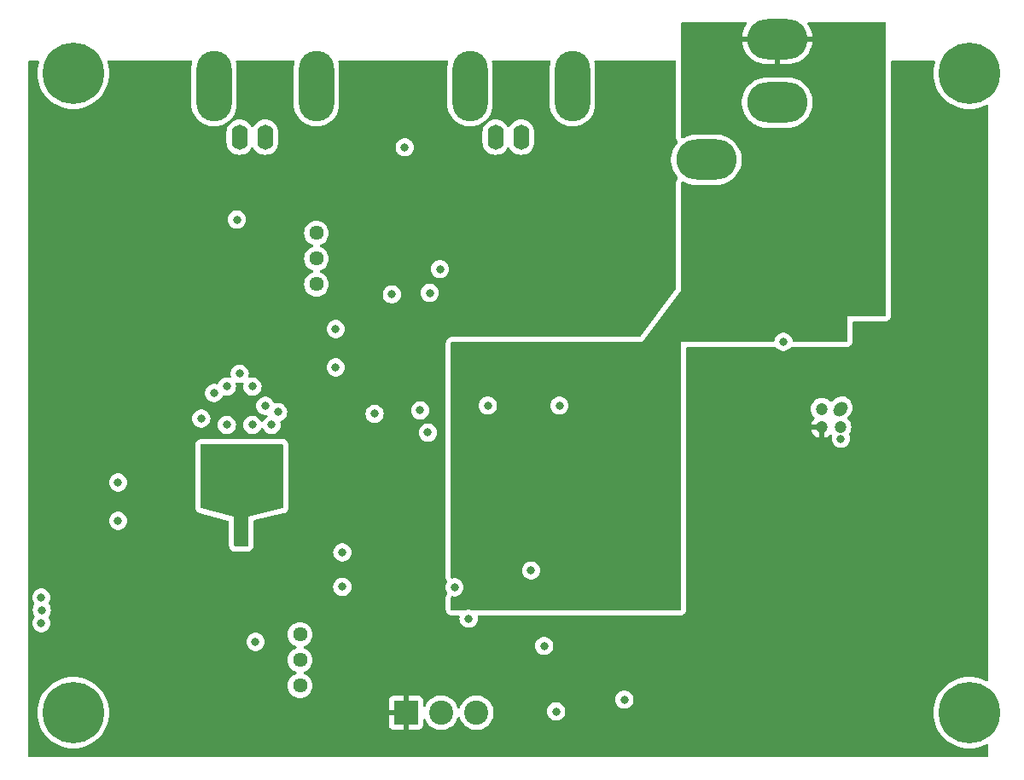
<source format=gbr>
%TF.GenerationSoftware,KiCad,Pcbnew,7.0.10*%
%TF.CreationDate,2024-03-12T19:05:43-04:00*%
%TF.ProjectId,current_controller,63757272-656e-4745-9f63-6f6e74726f6c,rev?*%
%TF.SameCoordinates,Original*%
%TF.FileFunction,Copper,L3,Inr*%
%TF.FilePolarity,Positive*%
%FSLAX46Y46*%
G04 Gerber Fmt 4.6, Leading zero omitted, Abs format (unit mm)*
G04 Created by KiCad (PCBNEW 7.0.10) date 2024-03-12 19:05:43*
%MOMM*%
%LPD*%
G01*
G04 APERTURE LIST*
G04 Aperture macros list*
%AMHorizOval*
0 Thick line with rounded ends*
0 $1 width*
0 $2 $3 position (X,Y) of the first rounded end (center of the circle)*
0 $4 $5 position (X,Y) of the second rounded end (center of the circle)*
0 Add line between two ends*
20,1,$1,$2,$3,$4,$5,0*
0 Add two circle primitives to create the rounded ends*
1,1,$1,$2,$3*
1,1,$1,$4,$5*%
G04 Aperture macros list end*
%TA.AperFunction,ComponentPad*%
%ADD10C,1.440000*%
%TD*%
%TA.AperFunction,ComponentPad*%
%ADD11O,1.600000X2.500000*%
%TD*%
%TA.AperFunction,ComponentPad*%
%ADD12O,3.500000X7.000000*%
%TD*%
%TA.AperFunction,ComponentPad*%
%ADD13O,6.000000X4.000000*%
%TD*%
%TA.AperFunction,ComponentPad*%
%ADD14R,2.400000X2.400000*%
%TD*%
%TA.AperFunction,ComponentPad*%
%ADD15C,2.400000*%
%TD*%
%TA.AperFunction,ComponentPad*%
%ADD16HorizOval,1.200000X-0.141421X-0.141421X0.141421X0.141421X0*%
%TD*%
%TA.AperFunction,ComponentPad*%
%ADD17C,1.200000*%
%TD*%
%TA.AperFunction,ViaPad*%
%ADD18C,6.096000*%
%TD*%
%TA.AperFunction,ViaPad*%
%ADD19C,0.800000*%
%TD*%
G04 APERTURE END LIST*
D10*
%TO.N,Net-(Q2-E)*%
%TO.C,R44*%
X77105298Y-100197500D03*
%TO.N,GND*%
X77105298Y-102737500D03*
X77105298Y-105277500D03*
%TD*%
D11*
%TO.N,/connecting to laser diode*%
%TO.C,J6*%
X99060000Y-50800000D03*
D12*
%TO.N,GND*%
X93980000Y-45720000D03*
D11*
X96520000Y-50800000D03*
D12*
X104140000Y-45720000D03*
%TD*%
D13*
%TO.N,Net-(R40-Pad2)*%
%TO.C,R42*%
X124460000Y-47346141D03*
%TO.N,Net-(R11-Pad1)*%
X117420000Y-53046141D03*
%TO.N,Laser_supply*%
X124460000Y-41046141D03*
%TD*%
D14*
%TO.N,+15V*%
%TO.C,J2*%
X87615000Y-107950000D03*
D15*
%TO.N,GND*%
X91115000Y-107950000D03*
%TO.N,-15V*%
X94615000Y-107950000D03*
%TD*%
D16*
%TO.N,Net-(R33-Pad1)*%
%TO.C,U5*%
X130701051Y-77788726D03*
D17*
%TO.N,Net-(R10-Pad2)*%
X128905000Y-77788726D03*
%TO.N,+15V*%
X128905000Y-79584777D03*
%TO.N,-15V*%
X130701051Y-79584777D03*
%TD*%
D12*
%TO.N,GND*%
%TO.C,J4*%
X78740000Y-45720000D03*
D11*
X71120000Y-50800000D03*
D12*
X68580000Y-45720000D03*
D11*
%TO.N,/Modulation Input*%
X73660000Y-50800000D03*
%TD*%
D10*
%TO.N,Net-(Q1-E)*%
%TO.C,R43*%
X78740000Y-60325000D03*
%TO.N,GND*%
X78740000Y-62865000D03*
X78740000Y-65405000D03*
%TD*%
D18*
%TO.N,GND*%
X54610000Y-107950000D03*
X54610000Y-44450000D03*
X143510000Y-107950000D03*
X143510000Y-44450000D03*
D19*
X59055000Y-85090000D03*
X72698723Y-100927059D03*
X70848310Y-58982101D03*
X80645000Y-69850000D03*
X89800244Y-80137446D03*
X109303584Y-106654913D03*
X86227500Y-66404702D03*
X100033666Y-93832719D03*
X93840250Y-98624465D03*
X81312144Y-92035926D03*
X87497500Y-51799702D03*
X81312144Y-95452343D03*
X89991560Y-66266791D03*
X80645000Y-73660000D03*
X84516084Y-78276118D03*
X102527847Y-107829366D03*
%TO.N,-15V*%
X51435000Y-99060000D03*
X89025432Y-77936106D03*
X59055000Y-88900000D03*
X92444068Y-95498944D03*
X125072639Y-71116674D03*
X91005237Y-63905037D03*
X51492084Y-97762990D03*
X130770594Y-80744331D03*
X51435000Y-96520000D03*
%TO.N,+15V*%
X110490000Y-109855000D03*
X87511303Y-57933453D03*
X51435000Y-70485000D03*
X51548215Y-71800196D03*
X51435000Y-73025000D03*
X59055000Y-81280000D03*
X132780844Y-69976223D03*
X86995000Y-72390000D03*
%TO.N,Laser_supply*%
X94690832Y-80472118D03*
X99120948Y-73188492D03*
X94615000Y-85454702D03*
X102737500Y-94344702D03*
X96387500Y-84184702D03*
X93980000Y-86724702D03*
X102737500Y-90534702D03*
X97657500Y-82914702D03*
X133350000Y-67519777D03*
X123947363Y-67463952D03*
X96387500Y-82914702D03*
X97657500Y-84184702D03*
X102737500Y-93074702D03*
X102737500Y-91804702D03*
%TO.N,Net-(U3-VI)*%
X74438298Y-82036500D03*
X70374298Y-86608500D03*
X72406298Y-82036500D03*
X74438298Y-86608500D03*
X68580000Y-81915000D03*
X70374298Y-82036500D03*
X68342298Y-86608500D03*
X74438298Y-84068500D03*
X72406298Y-86608500D03*
X68342298Y-84576500D03*
%TO.N,Net-(D2-K)*%
X68580000Y-76200000D03*
X71120000Y-74295000D03*
X69850000Y-79375000D03*
X69850000Y-75565000D03*
X73660000Y-77470000D03*
X72390000Y-79375000D03*
X74295000Y-79375000D03*
X74930000Y-78105000D03*
X67310000Y-78740000D03*
X72390000Y-75565000D03*
%TO.N,Net-(R14-Pad1)*%
X95752500Y-77446494D03*
X101340500Y-101329702D03*
X102857292Y-77453702D03*
%TD*%
%TA.AperFunction,Conductor*%
%TO.N,Net-(U3-VI)*%
G36*
X75397337Y-81294185D02*
G01*
X75443092Y-81346989D01*
X75454298Y-81398500D01*
X75454298Y-87526481D01*
X75434613Y-87593520D01*
X75381809Y-87639275D01*
X75358928Y-87647131D01*
X72006474Y-88442669D01*
X72006069Y-91309771D01*
X71986375Y-91376807D01*
X71933564Y-91422555D01*
X71882458Y-91433752D01*
X71644404Y-91434499D01*
X71644318Y-91434499D01*
X71644298Y-91434500D01*
X71486522Y-91436228D01*
X70702994Y-91444814D01*
X70635742Y-91425865D01*
X70589412Y-91373565D01*
X70577635Y-91321138D01*
X70570472Y-88498875D01*
X70570471Y-88498874D01*
X67292166Y-87648586D01*
X67232216Y-87612701D01*
X67201184Y-87550101D01*
X67199298Y-87528558D01*
X67199298Y-81398500D01*
X67218983Y-81331461D01*
X67271787Y-81285706D01*
X67323298Y-81274500D01*
X75330298Y-81274500D01*
X75397337Y-81294185D01*
G37*
%TD.AperFunction*%
%TD*%
%TA.AperFunction,Conductor*%
%TO.N,+15V*%
G36*
X51183166Y-43199685D02*
G01*
X51228921Y-43252489D01*
X51238865Y-43321647D01*
X51231892Y-43348434D01*
X51230548Y-43351933D01*
X51230546Y-43351941D01*
X51134280Y-43711211D01*
X51134279Y-43711218D01*
X51076096Y-44078570D01*
X51056630Y-44449999D01*
X51056630Y-44450000D01*
X51076096Y-44821429D01*
X51134279Y-45188781D01*
X51134280Y-45188788D01*
X51230545Y-45548056D01*
X51363836Y-45895289D01*
X51532693Y-46226689D01*
X51735261Y-46538616D01*
X51735263Y-46538618D01*
X51969331Y-46827669D01*
X52232331Y-47090669D01*
X52232335Y-47090672D01*
X52521383Y-47324738D01*
X52747629Y-47471664D01*
X52833315Y-47527309D01*
X53164714Y-47696165D01*
X53511948Y-47829456D01*
X53871213Y-47925720D01*
X54238572Y-47983904D01*
X54589456Y-48002293D01*
X54609999Y-48003370D01*
X54610000Y-48003370D01*
X54610001Y-48003370D01*
X54629467Y-48002349D01*
X54981428Y-47983904D01*
X55348787Y-47925720D01*
X55708052Y-47829456D01*
X56055286Y-47696165D01*
X56386685Y-47527309D01*
X56698618Y-47324737D01*
X56987669Y-47090669D01*
X57250669Y-46827669D01*
X57484737Y-46538618D01*
X57687309Y-46226685D01*
X57856165Y-45895286D01*
X57989456Y-45548052D01*
X58085720Y-45188787D01*
X58143904Y-44821428D01*
X58163370Y-44450000D01*
X58143904Y-44078572D01*
X58085720Y-43711213D01*
X57989456Y-43351948D01*
X57989452Y-43351938D01*
X57989451Y-43351933D01*
X57988108Y-43348434D01*
X57982462Y-43278793D01*
X58015364Y-43217155D01*
X58076366Y-43183089D01*
X58103873Y-43180000D01*
X66300460Y-43180000D01*
X66367499Y-43199685D01*
X66413254Y-43252489D01*
X66423198Y-43321647D01*
X66420054Y-43336760D01*
X66369660Y-43520727D01*
X66329500Y-43819350D01*
X66329500Y-47545252D01*
X66344587Y-47770631D01*
X66344589Y-47770640D01*
X66404604Y-48065905D01*
X66503439Y-48350535D01*
X66503441Y-48350540D01*
X66639328Y-48619453D01*
X66639331Y-48619458D01*
X66639332Y-48619459D01*
X66809856Y-48867869D01*
X66809858Y-48867871D01*
X66809860Y-48867874D01*
X67011969Y-49091334D01*
X67063440Y-49134850D01*
X67242061Y-49285865D01*
X67496030Y-49447993D01*
X67769342Y-49574823D01*
X68057121Y-49664093D01*
X68354230Y-49714209D01*
X68655369Y-49724277D01*
X68955162Y-49694118D01*
X69248261Y-49624269D01*
X69529434Y-49515977D01*
X69793665Y-49371175D01*
X70036238Y-49192446D01*
X70252824Y-48982980D01*
X70439558Y-48746515D01*
X70593109Y-48487270D01*
X70710736Y-48209872D01*
X70790340Y-47919271D01*
X70830500Y-47620653D01*
X70830500Y-43894756D01*
X70830500Y-43894747D01*
X70815412Y-43669368D01*
X70815412Y-43669366D01*
X70755396Y-43374097D01*
X70755394Y-43374091D01*
X70745180Y-43344674D01*
X70741785Y-43274887D01*
X70776659Y-43214343D01*
X70838729Y-43182265D01*
X70862319Y-43180000D01*
X76460460Y-43180000D01*
X76527499Y-43199685D01*
X76573254Y-43252489D01*
X76583198Y-43321647D01*
X76580054Y-43336760D01*
X76529660Y-43520727D01*
X76489500Y-43819350D01*
X76489500Y-47545252D01*
X76504587Y-47770631D01*
X76504589Y-47770640D01*
X76564604Y-48065905D01*
X76663439Y-48350535D01*
X76663441Y-48350540D01*
X76799328Y-48619453D01*
X76799331Y-48619458D01*
X76799332Y-48619459D01*
X76969856Y-48867869D01*
X76969858Y-48867871D01*
X76969860Y-48867874D01*
X77171969Y-49091334D01*
X77223440Y-49134850D01*
X77402061Y-49285865D01*
X77656030Y-49447993D01*
X77929342Y-49574823D01*
X78217121Y-49664093D01*
X78514230Y-49714209D01*
X78815369Y-49724277D01*
X79115162Y-49694118D01*
X79408261Y-49624269D01*
X79689434Y-49515977D01*
X79953665Y-49371175D01*
X80196238Y-49192446D01*
X80412824Y-48982980D01*
X80599558Y-48746515D01*
X80753109Y-48487270D01*
X80870736Y-48209872D01*
X80950340Y-47919271D01*
X80990500Y-47620653D01*
X80990500Y-43894756D01*
X80990500Y-43894747D01*
X80975412Y-43669368D01*
X80975412Y-43669366D01*
X80915396Y-43374097D01*
X80915394Y-43374091D01*
X80905180Y-43344674D01*
X80901785Y-43274887D01*
X80936659Y-43214343D01*
X80998729Y-43182265D01*
X81022319Y-43180000D01*
X91700460Y-43180000D01*
X91767499Y-43199685D01*
X91813254Y-43252489D01*
X91823198Y-43321647D01*
X91820054Y-43336760D01*
X91769660Y-43520727D01*
X91729500Y-43819350D01*
X91729500Y-47545252D01*
X91744587Y-47770631D01*
X91744589Y-47770640D01*
X91804604Y-48065905D01*
X91903439Y-48350535D01*
X91903441Y-48350540D01*
X92039328Y-48619453D01*
X92039331Y-48619458D01*
X92039332Y-48619459D01*
X92209856Y-48867869D01*
X92209858Y-48867871D01*
X92209860Y-48867874D01*
X92411969Y-49091334D01*
X92463440Y-49134850D01*
X92642061Y-49285865D01*
X92896030Y-49447993D01*
X93169342Y-49574823D01*
X93457121Y-49664093D01*
X93754230Y-49714209D01*
X94055369Y-49724277D01*
X94355162Y-49694118D01*
X94648261Y-49624269D01*
X94929434Y-49515977D01*
X95193665Y-49371175D01*
X95436238Y-49192446D01*
X95652824Y-48982980D01*
X95839558Y-48746515D01*
X95993109Y-48487270D01*
X96110736Y-48209872D01*
X96190340Y-47919271D01*
X96230500Y-47620653D01*
X96230500Y-43894756D01*
X96230500Y-43894747D01*
X96215412Y-43669368D01*
X96215412Y-43669366D01*
X96155396Y-43374097D01*
X96155394Y-43374091D01*
X96145180Y-43344674D01*
X96141785Y-43274887D01*
X96176659Y-43214343D01*
X96238729Y-43182265D01*
X96262319Y-43180000D01*
X101860460Y-43180000D01*
X101927499Y-43199685D01*
X101973254Y-43252489D01*
X101983198Y-43321647D01*
X101980054Y-43336760D01*
X101929660Y-43520727D01*
X101889500Y-43819350D01*
X101889500Y-47545252D01*
X101904587Y-47770631D01*
X101904589Y-47770640D01*
X101964604Y-48065905D01*
X102063439Y-48350535D01*
X102063441Y-48350540D01*
X102199328Y-48619453D01*
X102199331Y-48619458D01*
X102199332Y-48619459D01*
X102369856Y-48867869D01*
X102369858Y-48867871D01*
X102369860Y-48867874D01*
X102571969Y-49091334D01*
X102623440Y-49134850D01*
X102802061Y-49285865D01*
X103056030Y-49447993D01*
X103329342Y-49574823D01*
X103617121Y-49664093D01*
X103914230Y-49714209D01*
X104215369Y-49724277D01*
X104515162Y-49694118D01*
X104808261Y-49624269D01*
X105089434Y-49515977D01*
X105353665Y-49371175D01*
X105596238Y-49192446D01*
X105812824Y-48982980D01*
X105999558Y-48746515D01*
X106153109Y-48487270D01*
X106270736Y-48209872D01*
X106350340Y-47919271D01*
X106390500Y-47620653D01*
X106390500Y-43894756D01*
X106390500Y-43894747D01*
X106375412Y-43669368D01*
X106375412Y-43669366D01*
X106315396Y-43374097D01*
X106315394Y-43374091D01*
X106305180Y-43344674D01*
X106301785Y-43274887D01*
X106336659Y-43214343D01*
X106398729Y-43182265D01*
X106422319Y-43180000D01*
X114305500Y-43180000D01*
X114372539Y-43199685D01*
X114418294Y-43252489D01*
X114429500Y-43304000D01*
X114429500Y-50801475D01*
X114440744Y-50907488D01*
X114440748Y-50907514D01*
X114451658Y-50958368D01*
X114451659Y-50958373D01*
X114470419Y-51015553D01*
X114484900Y-51059691D01*
X114561993Y-51181174D01*
X114575091Y-51196466D01*
X114603753Y-51260186D01*
X114593415Y-51329286D01*
X114571309Y-51362015D01*
X114489523Y-51449109D01*
X114489515Y-51449119D01*
X114304591Y-51703645D01*
X114304584Y-51703657D01*
X114153002Y-51979382D01*
X114153001Y-51979383D01*
X114037181Y-52271912D01*
X114037180Y-52271915D01*
X113958934Y-52576664D01*
X113958932Y-52576677D01*
X113919500Y-52888811D01*
X113919500Y-53203470D01*
X113958932Y-53515604D01*
X113958934Y-53515617D01*
X114037180Y-53820366D01*
X114037181Y-53820369D01*
X114153001Y-54112898D01*
X114153002Y-54112899D01*
X114153004Y-54112904D01*
X114153006Y-54112907D01*
X114304584Y-54388625D01*
X114304586Y-54388629D01*
X114304591Y-54388636D01*
X114489515Y-54643162D01*
X114489523Y-54643172D01*
X114572194Y-54731208D01*
X114603736Y-54793553D01*
X114596565Y-54863054D01*
X114575516Y-54897294D01*
X114529432Y-54950477D01*
X114529430Y-54950481D01*
X114469664Y-55081347D01*
X114449976Y-55148395D01*
X114429500Y-55290814D01*
X114429500Y-65830166D01*
X114409815Y-65897205D01*
X114404700Y-65904566D01*
X110909450Y-70564900D01*
X110853479Y-70606721D01*
X110810250Y-70614500D01*
X92199000Y-70614500D01*
X92198991Y-70614500D01*
X92198990Y-70614501D01*
X92091549Y-70626052D01*
X92091537Y-70626054D01*
X92040027Y-70637260D01*
X91937502Y-70671383D01*
X91937496Y-70671386D01*
X91816462Y-70749171D01*
X91816451Y-70749179D01*
X91763659Y-70794923D01*
X91669433Y-70903664D01*
X91669430Y-70903668D01*
X91609664Y-71034534D01*
X91589976Y-71101582D01*
X91569500Y-71244001D01*
X91569500Y-94503640D01*
X91569780Y-94520493D01*
X91570054Y-94528721D01*
X91570897Y-94545567D01*
X91570897Y-94545570D01*
X91600809Y-94686298D01*
X91624264Y-94750109D01*
X91624753Y-94751505D01*
X91624918Y-94751887D01*
X91693815Y-94879500D01*
X91708343Y-94947843D01*
X91692089Y-95000409D01*
X91616889Y-95130659D01*
X91616886Y-95130666D01*
X91558395Y-95310684D01*
X91558394Y-95310688D01*
X91538608Y-95498944D01*
X91558394Y-95687200D01*
X91558395Y-95687203D01*
X91616886Y-95867221D01*
X91616891Y-95867233D01*
X91693079Y-95999195D01*
X91709552Y-96067095D01*
X91686699Y-96133122D01*
X91679407Y-96142394D01*
X91669435Y-96153902D01*
X91669431Y-96153908D01*
X91609663Y-96284778D01*
X91589976Y-96351823D01*
X91576325Y-96446769D01*
X91569500Y-96494241D01*
X91569500Y-97666000D01*
X91569501Y-97666009D01*
X91581052Y-97773450D01*
X91581054Y-97773462D01*
X91592260Y-97824972D01*
X91626383Y-97927497D01*
X91626386Y-97927503D01*
X91704171Y-98048537D01*
X91704179Y-98048548D01*
X91749923Y-98101340D01*
X91749926Y-98101343D01*
X91749930Y-98101347D01*
X91858664Y-98195567D01*
X91858667Y-98195568D01*
X91858668Y-98195569D01*
X91952925Y-98238616D01*
X91989541Y-98255338D01*
X92056580Y-98275023D01*
X92056584Y-98275024D01*
X92199000Y-98295500D01*
X92831650Y-98295500D01*
X92898689Y-98315185D01*
X92944444Y-98367989D01*
X92954971Y-98432462D01*
X92954577Y-98436203D01*
X92954576Y-98436209D01*
X92934790Y-98624465D01*
X92954576Y-98812721D01*
X92954577Y-98812724D01*
X93013068Y-98992742D01*
X93013071Y-98992749D01*
X93107717Y-99156681D01*
X93234379Y-99297353D01*
X93387515Y-99408613D01*
X93387520Y-99408616D01*
X93560442Y-99485607D01*
X93560447Y-99485609D01*
X93745604Y-99524965D01*
X93745605Y-99524965D01*
X93934894Y-99524965D01*
X93934896Y-99524965D01*
X94120053Y-99485609D01*
X94292980Y-99408616D01*
X94446121Y-99297353D01*
X94572783Y-99156681D01*
X94667429Y-98992749D01*
X94725924Y-98812721D01*
X94745710Y-98624465D01*
X94725924Y-98436209D01*
X94725922Y-98436203D01*
X94725529Y-98432462D01*
X94738098Y-98363732D01*
X94785830Y-98312708D01*
X94848850Y-98295500D01*
X114810990Y-98295500D01*
X114811000Y-98295500D01*
X114918456Y-98283947D01*
X114969967Y-98272741D01*
X115004197Y-98261347D01*
X115072497Y-98238616D01*
X115072501Y-98238613D01*
X115072504Y-98238613D01*
X115193543Y-98160825D01*
X115246347Y-98115070D01*
X115340567Y-98006336D01*
X115400338Y-97875459D01*
X115420023Y-97808420D01*
X115420024Y-97808416D01*
X115440500Y-97666000D01*
X115440500Y-79834777D01*
X127832472Y-79834777D01*
X127874885Y-79983842D01*
X127874890Y-79983855D01*
X127965754Y-80166333D01*
X128088608Y-80329019D01*
X128239260Y-80466355D01*
X128412584Y-80573674D01*
X128602678Y-80647316D01*
X128655000Y-80657097D01*
X128655000Y-79834777D01*
X127832472Y-79834777D01*
X115440500Y-79834777D01*
X115440500Y-77788726D01*
X127799785Y-77788726D01*
X127818602Y-77991808D01*
X127874417Y-78187973D01*
X127874422Y-78187986D01*
X127965327Y-78370547D01*
X128088235Y-78533304D01*
X128156409Y-78595453D01*
X128192690Y-78655165D01*
X128190929Y-78725012D01*
X128156409Y-78778727D01*
X128088606Y-78840537D01*
X127965754Y-79003220D01*
X127874890Y-79185698D01*
X127874885Y-79185711D01*
X127832471Y-79334776D01*
X127832472Y-79334777D01*
X128659419Y-79334777D01*
X128607940Y-79390698D01*
X128561018Y-79497669D01*
X128551372Y-79614079D01*
X128580047Y-79727315D01*
X128643936Y-79825104D01*
X128736115Y-79896849D01*
X128846595Y-79934777D01*
X128934005Y-79934777D01*
X129020216Y-79920391D01*
X129122947Y-79864796D01*
X129155000Y-79829977D01*
X129155000Y-80657097D01*
X129207321Y-80647316D01*
X129397415Y-80573674D01*
X129570739Y-80466355D01*
X129712311Y-80337296D01*
X129775115Y-80306679D01*
X129844502Y-80314876D01*
X129898442Y-80359286D01*
X129919810Y-80425808D01*
X129913780Y-80467250D01*
X129884922Y-80556068D01*
X129884920Y-80556075D01*
X129865134Y-80744331D01*
X129884920Y-80932587D01*
X129884921Y-80932590D01*
X129943412Y-81112608D01*
X129943415Y-81112615D01*
X130038061Y-81276547D01*
X130051119Y-81291049D01*
X130164723Y-81417219D01*
X130317859Y-81528479D01*
X130317864Y-81528482D01*
X130490786Y-81605473D01*
X130490791Y-81605475D01*
X130675948Y-81644831D01*
X130675949Y-81644831D01*
X130865238Y-81644831D01*
X130865240Y-81644831D01*
X131050397Y-81605475D01*
X131223324Y-81528482D01*
X131376465Y-81417219D01*
X131503127Y-81276547D01*
X131597773Y-81112615D01*
X131656268Y-80932587D01*
X131676054Y-80744331D01*
X131656268Y-80556075D01*
X131597773Y-80376047D01*
X131588933Y-80360737D01*
X131572461Y-80292838D01*
X131595314Y-80226811D01*
X131597368Y-80224010D01*
X131640723Y-80166599D01*
X131640722Y-80166599D01*
X131640724Y-80166598D01*
X131731633Y-79984027D01*
X131787448Y-79787860D01*
X131806266Y-79584777D01*
X131790338Y-79412888D01*
X131787448Y-79381694D01*
X131774099Y-79334777D01*
X131731633Y-79185527D01*
X131640724Y-79002956D01*
X131517815Y-78840198D01*
X131517813Y-78840195D01*
X131450629Y-78778949D01*
X131414347Y-78719238D01*
X131416108Y-78649390D01*
X131446482Y-78599635D01*
X131657713Y-78388406D01*
X131757996Y-78266950D01*
X131858720Y-78082487D01*
X131922714Y-77882297D01*
X131947664Y-77673614D01*
X131932672Y-77463978D01*
X131878276Y-77260970D01*
X131878270Y-77260957D01*
X131786445Y-77071927D01*
X131786443Y-77071924D01*
X131660493Y-76903675D01*
X131504977Y-76762301D01*
X131504975Y-76762300D01*
X131504976Y-76762300D01*
X131325520Y-76652916D01*
X131325512Y-76652913D01*
X131128599Y-76579468D01*
X131128590Y-76579466D01*
X130921347Y-76544617D01*
X130921339Y-76544616D01*
X130921338Y-76544616D01*
X130816282Y-76547117D01*
X130711226Y-76549618D01*
X130711218Y-76549619D01*
X130505869Y-76594289D01*
X130505858Y-76594292D01*
X130312662Y-76677024D01*
X130138613Y-76794822D01*
X130138610Y-76794825D01*
X129893119Y-77040315D01*
X129831796Y-77073799D01*
X129762104Y-77068815D01*
X129721900Y-77044270D01*
X129571041Y-76906745D01*
X129571039Y-76906743D01*
X129397642Y-76799381D01*
X129397635Y-76799377D01*
X129301927Y-76762300D01*
X129207456Y-76725702D01*
X129006976Y-76688226D01*
X128803024Y-76688226D01*
X128602544Y-76725702D01*
X128602541Y-76725702D01*
X128602541Y-76725703D01*
X128412364Y-76799377D01*
X128412357Y-76799381D01*
X128238960Y-76906743D01*
X128238958Y-76906745D01*
X128088237Y-77044144D01*
X127965327Y-77206904D01*
X127874422Y-77389465D01*
X127874417Y-77389478D01*
X127818602Y-77585643D01*
X127799785Y-77788725D01*
X127799785Y-77788726D01*
X115440500Y-77788726D01*
X115440500Y-71749500D01*
X115460185Y-71682461D01*
X115512989Y-71636706D01*
X115564500Y-71625500D01*
X124055184Y-71625500D01*
X124136615Y-71618897D01*
X124136624Y-71618895D01*
X124136630Y-71618895D01*
X124176070Y-71612456D01*
X124211607Y-71603655D01*
X124281412Y-71606645D01*
X124335201Y-71644561D01*
X124335758Y-71644061D01*
X124337959Y-71646505D01*
X124338520Y-71646901D01*
X124339628Y-71648360D01*
X124466768Y-71789562D01*
X124619904Y-71900822D01*
X124619909Y-71900825D01*
X124792831Y-71977816D01*
X124792836Y-71977818D01*
X124977993Y-72017174D01*
X124977994Y-72017174D01*
X125167283Y-72017174D01*
X125167285Y-72017174D01*
X125352442Y-71977818D01*
X125525369Y-71900825D01*
X125678510Y-71789562D01*
X125805172Y-71648890D01*
X125805172Y-71648889D01*
X125809520Y-71644061D01*
X125810426Y-71644877D01*
X125860422Y-71606310D01*
X125930034Y-71600318D01*
X125940373Y-71602878D01*
X125943019Y-71603655D01*
X125947677Y-71605023D01*
X125947679Y-71605023D01*
X125947682Y-71605024D01*
X126090098Y-71625500D01*
X126090101Y-71625500D01*
X131320990Y-71625500D01*
X131321000Y-71625500D01*
X131428456Y-71613947D01*
X131479967Y-71602741D01*
X131514197Y-71591347D01*
X131582497Y-71568616D01*
X131582501Y-71568613D01*
X131582504Y-71568613D01*
X131703543Y-71490825D01*
X131756347Y-71445070D01*
X131850567Y-71336336D01*
X131910338Y-71205459D01*
X131930023Y-71138420D01*
X131930024Y-71138416D01*
X131950500Y-70996000D01*
X131950500Y-69209500D01*
X131970185Y-69142461D01*
X132022989Y-69096706D01*
X132074500Y-69085500D01*
X135130990Y-69085500D01*
X135131000Y-69085500D01*
X135238456Y-69073947D01*
X135289967Y-69062741D01*
X135324197Y-69051347D01*
X135392497Y-69028616D01*
X135392501Y-69028613D01*
X135392504Y-69028613D01*
X135513543Y-68950825D01*
X135566347Y-68905070D01*
X135660567Y-68796336D01*
X135720338Y-68665459D01*
X135740023Y-68598420D01*
X135740024Y-68598416D01*
X135760500Y-68456000D01*
X135760500Y-43304000D01*
X135780185Y-43236961D01*
X135832989Y-43191206D01*
X135884500Y-43180000D01*
X140016127Y-43180000D01*
X140083166Y-43199685D01*
X140128921Y-43252489D01*
X140138865Y-43321647D01*
X140131892Y-43348434D01*
X140130548Y-43351933D01*
X140130546Y-43351941D01*
X140034280Y-43711211D01*
X140034279Y-43711218D01*
X139976096Y-44078570D01*
X139956630Y-44449999D01*
X139956630Y-44450000D01*
X139976096Y-44821429D01*
X140034279Y-45188781D01*
X140034280Y-45188788D01*
X140130545Y-45548056D01*
X140263836Y-45895289D01*
X140432693Y-46226689D01*
X140635261Y-46538616D01*
X140635263Y-46538618D01*
X140869331Y-46827669D01*
X141132331Y-47090669D01*
X141132335Y-47090672D01*
X141421383Y-47324738D01*
X141647629Y-47471664D01*
X141733315Y-47527309D01*
X142064714Y-47696165D01*
X142411948Y-47829456D01*
X142771213Y-47925720D01*
X143138572Y-47983904D01*
X143489456Y-48002293D01*
X143509999Y-48003370D01*
X143510000Y-48003370D01*
X143510001Y-48003370D01*
X143529467Y-48002349D01*
X143881428Y-47983904D01*
X144248787Y-47925720D01*
X144608052Y-47829456D01*
X144955286Y-47696165D01*
X145234705Y-47553793D01*
X145303374Y-47540898D01*
X145368115Y-47567174D01*
X145408372Y-47624281D01*
X145415000Y-47664279D01*
X145415000Y-104735720D01*
X145395315Y-104802759D01*
X145342511Y-104848514D01*
X145273353Y-104858458D01*
X145234706Y-104846205D01*
X144955293Y-104703838D01*
X144955288Y-104703836D01*
X144955286Y-104703835D01*
X144827210Y-104654671D01*
X144608056Y-104570545D01*
X144248788Y-104474280D01*
X144248781Y-104474279D01*
X143881429Y-104416096D01*
X143510001Y-104396630D01*
X143509999Y-104396630D01*
X143138570Y-104416096D01*
X142771218Y-104474279D01*
X142771211Y-104474280D01*
X142411943Y-104570545D01*
X142064710Y-104703836D01*
X141733310Y-104872693D01*
X141421383Y-105075261D01*
X141132335Y-105309327D01*
X141132327Y-105309334D01*
X140869334Y-105572327D01*
X140869327Y-105572335D01*
X140635261Y-105861383D01*
X140432693Y-106173310D01*
X140263836Y-106504710D01*
X140130545Y-106851943D01*
X140034280Y-107211211D01*
X140034279Y-107211218D01*
X139976096Y-107578570D01*
X139956630Y-107949999D01*
X139956630Y-107950000D01*
X139976096Y-108321429D01*
X140034279Y-108688781D01*
X140034280Y-108688788D01*
X140130545Y-109048056D01*
X140263836Y-109395289D01*
X140432693Y-109726689D01*
X140635261Y-110038616D01*
X140635263Y-110038618D01*
X140869331Y-110327669D01*
X141132331Y-110590669D01*
X141132335Y-110590672D01*
X141421383Y-110824738D01*
X141733310Y-111027306D01*
X141733315Y-111027309D01*
X142064714Y-111196165D01*
X142411948Y-111329456D01*
X142771213Y-111425720D01*
X143138572Y-111483904D01*
X143489456Y-111502293D01*
X143509999Y-111503370D01*
X143510000Y-111503370D01*
X143510001Y-111503370D01*
X143529467Y-111502349D01*
X143881428Y-111483904D01*
X144248787Y-111425720D01*
X144608052Y-111329456D01*
X144955286Y-111196165D01*
X145234705Y-111053793D01*
X145303374Y-111040898D01*
X145368115Y-111067174D01*
X145408372Y-111124281D01*
X145415000Y-111164279D01*
X145415000Y-112271000D01*
X145395315Y-112338039D01*
X145342511Y-112383794D01*
X145291000Y-112395000D01*
X50289000Y-112395000D01*
X50221961Y-112375315D01*
X50176206Y-112322511D01*
X50165000Y-112271000D01*
X50165000Y-107950000D01*
X51056630Y-107950000D01*
X51076096Y-108321429D01*
X51134279Y-108688781D01*
X51134280Y-108688788D01*
X51230545Y-109048056D01*
X51363836Y-109395289D01*
X51532693Y-109726689D01*
X51735261Y-110038616D01*
X51735263Y-110038618D01*
X51969331Y-110327669D01*
X52232331Y-110590669D01*
X52232335Y-110590672D01*
X52521383Y-110824738D01*
X52833310Y-111027306D01*
X52833315Y-111027309D01*
X53164714Y-111196165D01*
X53511948Y-111329456D01*
X53871213Y-111425720D01*
X54238572Y-111483904D01*
X54589456Y-111502293D01*
X54609999Y-111503370D01*
X54610000Y-111503370D01*
X54610001Y-111503370D01*
X54629467Y-111502349D01*
X54981428Y-111483904D01*
X55348787Y-111425720D01*
X55708052Y-111329456D01*
X56055286Y-111196165D01*
X56386685Y-111027309D01*
X56698618Y-110824737D01*
X56987669Y-110590669D01*
X57250669Y-110327669D01*
X57484737Y-110038618D01*
X57687309Y-109726685D01*
X57856165Y-109395286D01*
X57931956Y-109197844D01*
X85915000Y-109197844D01*
X85921401Y-109257372D01*
X85921403Y-109257379D01*
X85971645Y-109392086D01*
X85971649Y-109392093D01*
X86057809Y-109507187D01*
X86057812Y-109507190D01*
X86172906Y-109593350D01*
X86172913Y-109593354D01*
X86307620Y-109643596D01*
X86307627Y-109643598D01*
X86367155Y-109649999D01*
X86367172Y-109650000D01*
X87365000Y-109650000D01*
X87365000Y-108495881D01*
X87458369Y-108534556D01*
X87575677Y-108550000D01*
X87654323Y-108550000D01*
X87771631Y-108534556D01*
X87865000Y-108495881D01*
X87865000Y-109650000D01*
X88862828Y-109650000D01*
X88862844Y-109649999D01*
X88922372Y-109643598D01*
X88922379Y-109643596D01*
X89057086Y-109593354D01*
X89057093Y-109593350D01*
X89172187Y-109507190D01*
X89172190Y-109507187D01*
X89258350Y-109392093D01*
X89258354Y-109392086D01*
X89308596Y-109257379D01*
X89308598Y-109257372D01*
X89314999Y-109197844D01*
X89315000Y-109197827D01*
X89315000Y-108673583D01*
X89334685Y-108606544D01*
X89387489Y-108560789D01*
X89456647Y-108550845D01*
X89520203Y-108579870D01*
X89554427Y-108628280D01*
X89578607Y-108689888D01*
X89706041Y-108910612D01*
X89864950Y-109109877D01*
X90051783Y-109283232D01*
X90262366Y-109426805D01*
X90262371Y-109426807D01*
X90262372Y-109426808D01*
X90262373Y-109426809D01*
X90384328Y-109485538D01*
X90491992Y-109537387D01*
X90491993Y-109537387D01*
X90491996Y-109537389D01*
X90735542Y-109612513D01*
X90987565Y-109650500D01*
X91242435Y-109650500D01*
X91494458Y-109612513D01*
X91738004Y-109537389D01*
X91967634Y-109426805D01*
X92178217Y-109283232D01*
X92365050Y-109109877D01*
X92523959Y-108910612D01*
X92651393Y-108689888D01*
X92744508Y-108452637D01*
X92744510Y-108452624D01*
X92745878Y-108448196D01*
X92747324Y-108448642D01*
X92778213Y-108393412D01*
X92839873Y-108360552D01*
X92909510Y-108366243D01*
X92965016Y-108408680D01*
X92983192Y-108448482D01*
X92984122Y-108448196D01*
X92985490Y-108452630D01*
X92985492Y-108452637D01*
X93078607Y-108689888D01*
X93206041Y-108910612D01*
X93364950Y-109109877D01*
X93551783Y-109283232D01*
X93762366Y-109426805D01*
X93762371Y-109426807D01*
X93762372Y-109426808D01*
X93762373Y-109426809D01*
X93884328Y-109485538D01*
X93991992Y-109537387D01*
X93991993Y-109537387D01*
X93991996Y-109537389D01*
X94235542Y-109612513D01*
X94487565Y-109650500D01*
X94742435Y-109650500D01*
X94994458Y-109612513D01*
X95238004Y-109537389D01*
X95467634Y-109426805D01*
X95678217Y-109283232D01*
X95865050Y-109109877D01*
X96023959Y-108910612D01*
X96151393Y-108689888D01*
X96244508Y-108452637D01*
X96301222Y-108204157D01*
X96320268Y-107950000D01*
X96311228Y-107829366D01*
X101622387Y-107829366D01*
X101642173Y-108017622D01*
X101642174Y-108017625D01*
X101700665Y-108197643D01*
X101700668Y-108197650D01*
X101795314Y-108361582D01*
X101877301Y-108452637D01*
X101921976Y-108502254D01*
X102075112Y-108613514D01*
X102075117Y-108613517D01*
X102248039Y-108690508D01*
X102248044Y-108690510D01*
X102433201Y-108729866D01*
X102433202Y-108729866D01*
X102622491Y-108729866D01*
X102622493Y-108729866D01*
X102807650Y-108690510D01*
X102980577Y-108613517D01*
X103133718Y-108502254D01*
X103260380Y-108361582D01*
X103355026Y-108197650D01*
X103413521Y-108017622D01*
X103433307Y-107829366D01*
X103413521Y-107641110D01*
X103355026Y-107461082D01*
X103260380Y-107297150D01*
X103133718Y-107156478D01*
X103133717Y-107156477D01*
X102980581Y-107045217D01*
X102980576Y-107045214D01*
X102807654Y-106968223D01*
X102807649Y-106968221D01*
X102661848Y-106937231D01*
X102622493Y-106928866D01*
X102433201Y-106928866D01*
X102400744Y-106935764D01*
X102248044Y-106968221D01*
X102248039Y-106968223D01*
X102075117Y-107045214D01*
X102075112Y-107045217D01*
X101921976Y-107156477D01*
X101795313Y-107297151D01*
X101700668Y-107461081D01*
X101700665Y-107461088D01*
X101642174Y-107641106D01*
X101642173Y-107641110D01*
X101622387Y-107829366D01*
X96311228Y-107829366D01*
X96301222Y-107695843D01*
X96244508Y-107447363D01*
X96151393Y-107210112D01*
X96023959Y-106989388D01*
X95865050Y-106790123D01*
X95719328Y-106654913D01*
X108398124Y-106654913D01*
X108417910Y-106843169D01*
X108417911Y-106843172D01*
X108476402Y-107023190D01*
X108476405Y-107023197D01*
X108571051Y-107187129D01*
X108658260Y-107283984D01*
X108697713Y-107327801D01*
X108850849Y-107439061D01*
X108850854Y-107439064D01*
X109023776Y-107516055D01*
X109023781Y-107516057D01*
X109208938Y-107555413D01*
X109208939Y-107555413D01*
X109398228Y-107555413D01*
X109398230Y-107555413D01*
X109583387Y-107516057D01*
X109756314Y-107439064D01*
X109909455Y-107327801D01*
X110036117Y-107187129D01*
X110130763Y-107023197D01*
X110189258Y-106843169D01*
X110209044Y-106654913D01*
X110189258Y-106466657D01*
X110130763Y-106286629D01*
X110036117Y-106122697D01*
X109909455Y-105982025D01*
X109909454Y-105982024D01*
X109756318Y-105870764D01*
X109756313Y-105870761D01*
X109583391Y-105793770D01*
X109583386Y-105793768D01*
X109437585Y-105762778D01*
X109398230Y-105754413D01*
X109208938Y-105754413D01*
X109176481Y-105761311D01*
X109023781Y-105793768D01*
X109023776Y-105793770D01*
X108850854Y-105870761D01*
X108850849Y-105870764D01*
X108697713Y-105982024D01*
X108571050Y-106122698D01*
X108476405Y-106286628D01*
X108476402Y-106286635D01*
X108417911Y-106466653D01*
X108417910Y-106466657D01*
X108398124Y-106654913D01*
X95719328Y-106654913D01*
X95678217Y-106616768D01*
X95467634Y-106473195D01*
X95467630Y-106473193D01*
X95467627Y-106473191D01*
X95467626Y-106473190D01*
X95238006Y-106362612D01*
X95238008Y-106362612D01*
X94994466Y-106287489D01*
X94994462Y-106287488D01*
X94994458Y-106287487D01*
X94873231Y-106269214D01*
X94742440Y-106249500D01*
X94742435Y-106249500D01*
X94487565Y-106249500D01*
X94487559Y-106249500D01*
X94330609Y-106273157D01*
X94235542Y-106287487D01*
X94235539Y-106287488D01*
X94235533Y-106287489D01*
X93991992Y-106362612D01*
X93762373Y-106473190D01*
X93762372Y-106473191D01*
X93551782Y-106616768D01*
X93364952Y-106790121D01*
X93364950Y-106790123D01*
X93206041Y-106989388D01*
X93078608Y-107210109D01*
X92985492Y-107447362D01*
X92984122Y-107451804D01*
X92982677Y-107451358D01*
X92951780Y-107506593D01*
X92890117Y-107539449D01*
X92820480Y-107533752D01*
X92764978Y-107491311D01*
X92746805Y-107451517D01*
X92745878Y-107451804D01*
X92744509Y-107447369D01*
X92744508Y-107447363D01*
X92651393Y-107210112D01*
X92523959Y-106989388D01*
X92365050Y-106790123D01*
X92178217Y-106616768D01*
X91967634Y-106473195D01*
X91967630Y-106473193D01*
X91967627Y-106473191D01*
X91967626Y-106473190D01*
X91738006Y-106362612D01*
X91738008Y-106362612D01*
X91494466Y-106287489D01*
X91494462Y-106287488D01*
X91494458Y-106287487D01*
X91373231Y-106269214D01*
X91242440Y-106249500D01*
X91242435Y-106249500D01*
X90987565Y-106249500D01*
X90987559Y-106249500D01*
X90830609Y-106273157D01*
X90735542Y-106287487D01*
X90735539Y-106287488D01*
X90735533Y-106287489D01*
X90491992Y-106362612D01*
X90262373Y-106473190D01*
X90262372Y-106473191D01*
X90051782Y-106616768D01*
X89864952Y-106790121D01*
X89864950Y-106790123D01*
X89706041Y-106989388D01*
X89578608Y-107210109D01*
X89554428Y-107271719D01*
X89511612Y-107326932D01*
X89445742Y-107350233D01*
X89377731Y-107334222D01*
X89329173Y-107283984D01*
X89315000Y-107226416D01*
X89315000Y-106702172D01*
X89314999Y-106702155D01*
X89308598Y-106642627D01*
X89308596Y-106642620D01*
X89258354Y-106507913D01*
X89258350Y-106507906D01*
X89172190Y-106392812D01*
X89172187Y-106392809D01*
X89057093Y-106306649D01*
X89057086Y-106306645D01*
X88922379Y-106256403D01*
X88922372Y-106256401D01*
X88862844Y-106250000D01*
X87865000Y-106250000D01*
X87865000Y-107404118D01*
X87771631Y-107365444D01*
X87654323Y-107350000D01*
X87575677Y-107350000D01*
X87458369Y-107365444D01*
X87365000Y-107404118D01*
X87365000Y-106250000D01*
X86367155Y-106250000D01*
X86307627Y-106256401D01*
X86307620Y-106256403D01*
X86172913Y-106306645D01*
X86172906Y-106306649D01*
X86057812Y-106392809D01*
X86057809Y-106392812D01*
X85971649Y-106507906D01*
X85971645Y-106507913D01*
X85921403Y-106642620D01*
X85921401Y-106642627D01*
X85915000Y-106702155D01*
X85915000Y-107700000D01*
X87069118Y-107700000D01*
X87030444Y-107793369D01*
X87009823Y-107950000D01*
X87030444Y-108106631D01*
X87069118Y-108200000D01*
X85915000Y-108200000D01*
X85915000Y-109197844D01*
X57931956Y-109197844D01*
X57989456Y-109048052D01*
X58085720Y-108688787D01*
X58143904Y-108321428D01*
X58163370Y-107950000D01*
X58143904Y-107578572D01*
X58085720Y-107211213D01*
X57989456Y-106851948D01*
X57856165Y-106504714D01*
X57687309Y-106173315D01*
X57563083Y-105982024D01*
X57484738Y-105861383D01*
X57351243Y-105696530D01*
X57250669Y-105572331D01*
X56987669Y-105309331D01*
X56948362Y-105277501D01*
X75880136Y-105277501D01*
X75898748Y-105490241D01*
X75898750Y-105490252D01*
X75954019Y-105696522D01*
X75954021Y-105696526D01*
X75954022Y-105696530D01*
X75996469Y-105787558D01*
X76044275Y-105890078D01*
X76166770Y-106065021D01*
X76317776Y-106216027D01*
X76317779Y-106216029D01*
X76492717Y-106338521D01*
X76492719Y-106338522D01*
X76492718Y-106338522D01*
X76544378Y-106362611D01*
X76686268Y-106428776D01*
X76892551Y-106484049D01*
X77044513Y-106497344D01*
X77105296Y-106502662D01*
X77105298Y-106502662D01*
X77105300Y-106502662D01*
X77158484Y-106498008D01*
X77318045Y-106484049D01*
X77524328Y-106428776D01*
X77717879Y-106338521D01*
X77892817Y-106216029D01*
X78043827Y-106065019D01*
X78166319Y-105890081D01*
X78256574Y-105696530D01*
X78311847Y-105490247D01*
X78330460Y-105277500D01*
X78311847Y-105064753D01*
X78260385Y-104872693D01*
X78256576Y-104858477D01*
X78256575Y-104858476D01*
X78256574Y-104858470D01*
X78166319Y-104664919D01*
X78043827Y-104489981D01*
X78043825Y-104489978D01*
X77892819Y-104338972D01*
X77717876Y-104216477D01*
X77717877Y-104216477D01*
X77588845Y-104156309D01*
X77524328Y-104126224D01*
X77524321Y-104126222D01*
X77519234Y-104124370D01*
X77520007Y-104122246D01*
X77468603Y-104090924D01*
X77438064Y-104028081D01*
X77446348Y-103958704D01*
X77490826Y-103904820D01*
X77519613Y-103891672D01*
X77519234Y-103890630D01*
X77524311Y-103888780D01*
X77524328Y-103888776D01*
X77717879Y-103798521D01*
X77892817Y-103676029D01*
X78043827Y-103525019D01*
X78166319Y-103350081D01*
X78256574Y-103156530D01*
X78311847Y-102950247D01*
X78330460Y-102737500D01*
X78311847Y-102524753D01*
X78256574Y-102318470D01*
X78166319Y-102124919D01*
X78043827Y-101949981D01*
X78043825Y-101949978D01*
X77892819Y-101798972D01*
X77717876Y-101676477D01*
X77717877Y-101676477D01*
X77588845Y-101616309D01*
X77524328Y-101586224D01*
X77524321Y-101586222D01*
X77519234Y-101584370D01*
X77520007Y-101582246D01*
X77468603Y-101550924D01*
X77438064Y-101488081D01*
X77446348Y-101418704D01*
X77490826Y-101364820D01*
X77519613Y-101351672D01*
X77519234Y-101350630D01*
X77524311Y-101348780D01*
X77524328Y-101348776D01*
X77565232Y-101329702D01*
X100435040Y-101329702D01*
X100454826Y-101517958D01*
X100454827Y-101517961D01*
X100513318Y-101697979D01*
X100513321Y-101697986D01*
X100607967Y-101861918D01*
X100687257Y-101949978D01*
X100734629Y-102002590D01*
X100887765Y-102113850D01*
X100887770Y-102113853D01*
X101060692Y-102190844D01*
X101060697Y-102190846D01*
X101245854Y-102230202D01*
X101245855Y-102230202D01*
X101435144Y-102230202D01*
X101435146Y-102230202D01*
X101620303Y-102190846D01*
X101793230Y-102113853D01*
X101946371Y-102002590D01*
X102073033Y-101861918D01*
X102167679Y-101697986D01*
X102226174Y-101517958D01*
X102245960Y-101329702D01*
X102226174Y-101141446D01*
X102167679Y-100961418D01*
X102073033Y-100797486D01*
X101946371Y-100656814D01*
X101946370Y-100656813D01*
X101793234Y-100545553D01*
X101793229Y-100545550D01*
X101620307Y-100468559D01*
X101620302Y-100468557D01*
X101474501Y-100437567D01*
X101435146Y-100429202D01*
X101245854Y-100429202D01*
X101213397Y-100436100D01*
X101060697Y-100468557D01*
X101060692Y-100468559D01*
X100887770Y-100545550D01*
X100887765Y-100545553D01*
X100734629Y-100656813D01*
X100607966Y-100797487D01*
X100513321Y-100961417D01*
X100513318Y-100961424D01*
X100456586Y-101136029D01*
X100454826Y-101141446D01*
X100435040Y-101329702D01*
X77565232Y-101329702D01*
X77717879Y-101258521D01*
X77892817Y-101136029D01*
X78043827Y-100985019D01*
X78166319Y-100810081D01*
X78256574Y-100616530D01*
X78311847Y-100410247D01*
X78330460Y-100197500D01*
X78311847Y-99984753D01*
X78256574Y-99778470D01*
X78166319Y-99584919D01*
X78043827Y-99409981D01*
X78043825Y-99409978D01*
X77892819Y-99258972D01*
X77717876Y-99136477D01*
X77717877Y-99136477D01*
X77588845Y-99076309D01*
X77524328Y-99046224D01*
X77524324Y-99046223D01*
X77524320Y-99046221D01*
X77318050Y-98990952D01*
X77318046Y-98990951D01*
X77318045Y-98990951D01*
X77318044Y-98990950D01*
X77318039Y-98990950D01*
X77105300Y-98972338D01*
X77105296Y-98972338D01*
X76892556Y-98990950D01*
X76892545Y-98990952D01*
X76686275Y-99046221D01*
X76686266Y-99046225D01*
X76492719Y-99136477D01*
X76317776Y-99258972D01*
X76166770Y-99409978D01*
X76044275Y-99584921D01*
X75954023Y-99778468D01*
X75954019Y-99778477D01*
X75898750Y-99984747D01*
X75898748Y-99984758D01*
X75880136Y-100197498D01*
X75880136Y-100197501D01*
X75898748Y-100410241D01*
X75898750Y-100410252D01*
X75954019Y-100616522D01*
X75954021Y-100616526D01*
X75954022Y-100616530D01*
X75972807Y-100656814D01*
X76044275Y-100810078D01*
X76166770Y-100985021D01*
X76317776Y-101136027D01*
X76317779Y-101136029D01*
X76492717Y-101258521D01*
X76492719Y-101258522D01*
X76492718Y-101258522D01*
X76557234Y-101288606D01*
X76686268Y-101348776D01*
X76686281Y-101348779D01*
X76691362Y-101350630D01*
X76690590Y-101352750D01*
X76742008Y-101384094D01*
X76772535Y-101446942D01*
X76764237Y-101516317D01*
X76719750Y-101570193D01*
X76690983Y-101583330D01*
X76691362Y-101584370D01*
X76686270Y-101586223D01*
X76686268Y-101586224D01*
X76686266Y-101586225D01*
X76492719Y-101676477D01*
X76317776Y-101798972D01*
X76166770Y-101949978D01*
X76044275Y-102124921D01*
X75954023Y-102318468D01*
X75954019Y-102318477D01*
X75898750Y-102524747D01*
X75898748Y-102524758D01*
X75880136Y-102737498D01*
X75880136Y-102737501D01*
X75898748Y-102950241D01*
X75898750Y-102950252D01*
X75954019Y-103156522D01*
X75954021Y-103156526D01*
X75954022Y-103156530D01*
X75996469Y-103247558D01*
X76044275Y-103350078D01*
X76166770Y-103525021D01*
X76317776Y-103676027D01*
X76317779Y-103676029D01*
X76492717Y-103798521D01*
X76492719Y-103798522D01*
X76492718Y-103798522D01*
X76557234Y-103828606D01*
X76686268Y-103888776D01*
X76686281Y-103888779D01*
X76691362Y-103890630D01*
X76690590Y-103892750D01*
X76742008Y-103924094D01*
X76772535Y-103986942D01*
X76764237Y-104056317D01*
X76719750Y-104110193D01*
X76690983Y-104123330D01*
X76691362Y-104124370D01*
X76686270Y-104126223D01*
X76686268Y-104126224D01*
X76686266Y-104126225D01*
X76492719Y-104216477D01*
X76317776Y-104338972D01*
X76166770Y-104489978D01*
X76044275Y-104664921D01*
X75954023Y-104858468D01*
X75954019Y-104858477D01*
X75898750Y-105064747D01*
X75898748Y-105064758D01*
X75880136Y-105277498D01*
X75880136Y-105277501D01*
X56948362Y-105277501D01*
X56698618Y-105075263D01*
X56698616Y-105075261D01*
X56386689Y-104872693D01*
X56055289Y-104703836D01*
X55708056Y-104570545D01*
X55348788Y-104474280D01*
X55348781Y-104474279D01*
X54981429Y-104416096D01*
X54610001Y-104396630D01*
X54609999Y-104396630D01*
X54238570Y-104416096D01*
X53871218Y-104474279D01*
X53871211Y-104474280D01*
X53511943Y-104570545D01*
X53164710Y-104703836D01*
X52833310Y-104872693D01*
X52521383Y-105075261D01*
X52232335Y-105309327D01*
X52232327Y-105309334D01*
X51969334Y-105572327D01*
X51969327Y-105572335D01*
X51735261Y-105861383D01*
X51532693Y-106173310D01*
X51363836Y-106504710D01*
X51230545Y-106851943D01*
X51134280Y-107211211D01*
X51134279Y-107211218D01*
X51076096Y-107578570D01*
X51056630Y-107949999D01*
X51056630Y-107950000D01*
X50165000Y-107950000D01*
X50165000Y-100927059D01*
X71793263Y-100927059D01*
X71813049Y-101115315D01*
X71813050Y-101115318D01*
X71871541Y-101295336D01*
X71871544Y-101295343D01*
X71966190Y-101459275D01*
X72066061Y-101570193D01*
X72092852Y-101599947D01*
X72245988Y-101711207D01*
X72245993Y-101711210D01*
X72418915Y-101788201D01*
X72418920Y-101788203D01*
X72604077Y-101827559D01*
X72604078Y-101827559D01*
X72793367Y-101827559D01*
X72793369Y-101827559D01*
X72978526Y-101788203D01*
X73151453Y-101711210D01*
X73304594Y-101599947D01*
X73431256Y-101459275D01*
X73525902Y-101295343D01*
X73584397Y-101115315D01*
X73604183Y-100927059D01*
X73584397Y-100738803D01*
X73525902Y-100558775D01*
X73431256Y-100394843D01*
X73304594Y-100254171D01*
X73304593Y-100254170D01*
X73151457Y-100142910D01*
X73151452Y-100142907D01*
X72978530Y-100065916D01*
X72978525Y-100065914D01*
X72832724Y-100034924D01*
X72793369Y-100026559D01*
X72604077Y-100026559D01*
X72571620Y-100033457D01*
X72418920Y-100065914D01*
X72418915Y-100065916D01*
X72245993Y-100142907D01*
X72245988Y-100142910D01*
X72092852Y-100254170D01*
X71966189Y-100394844D01*
X71871544Y-100558774D01*
X71871541Y-100558781D01*
X71813050Y-100738799D01*
X71813049Y-100738803D01*
X71793263Y-100927059D01*
X50165000Y-100927059D01*
X50165000Y-99060000D01*
X50529540Y-99060000D01*
X50549326Y-99248256D01*
X50549327Y-99248259D01*
X50607818Y-99428277D01*
X50607821Y-99428284D01*
X50702467Y-99592216D01*
X50829129Y-99732888D01*
X50982265Y-99844148D01*
X50982270Y-99844151D01*
X51155192Y-99921142D01*
X51155197Y-99921144D01*
X51340354Y-99960500D01*
X51340355Y-99960500D01*
X51529644Y-99960500D01*
X51529646Y-99960500D01*
X51714803Y-99921144D01*
X51887730Y-99844151D01*
X52040871Y-99732888D01*
X52167533Y-99592216D01*
X52262179Y-99428284D01*
X52320674Y-99248256D01*
X52340460Y-99060000D01*
X52320674Y-98871744D01*
X52262179Y-98691716D01*
X52167533Y-98527784D01*
X52166070Y-98526159D01*
X52165520Y-98525014D01*
X52163715Y-98522529D01*
X52164169Y-98522198D01*
X52135845Y-98463165D01*
X52144475Y-98393830D01*
X52166074Y-98360223D01*
X52224617Y-98295206D01*
X52319263Y-98131274D01*
X52377758Y-97951246D01*
X52397544Y-97762990D01*
X52377758Y-97574734D01*
X52319263Y-97394706D01*
X52224617Y-97230774D01*
X52187303Y-97189333D01*
X52157074Y-97126343D01*
X52165699Y-97057008D01*
X52172063Y-97044368D01*
X52262179Y-96888284D01*
X52320674Y-96708256D01*
X52340460Y-96520000D01*
X52320674Y-96331744D01*
X52262179Y-96151716D01*
X52167533Y-95987784D01*
X52040871Y-95847112D01*
X52040870Y-95847111D01*
X51887734Y-95735851D01*
X51887729Y-95735848D01*
X51714807Y-95658857D01*
X51714802Y-95658855D01*
X51569001Y-95627865D01*
X51529646Y-95619500D01*
X51340354Y-95619500D01*
X51307897Y-95626398D01*
X51155197Y-95658855D01*
X51155192Y-95658857D01*
X50982270Y-95735848D01*
X50982265Y-95735851D01*
X50829129Y-95847111D01*
X50702466Y-95987785D01*
X50607821Y-96151715D01*
X50607818Y-96151722D01*
X50555258Y-96313487D01*
X50549326Y-96331744D01*
X50529540Y-96520000D01*
X50549326Y-96708256D01*
X50549327Y-96708259D01*
X50607818Y-96888277D01*
X50607821Y-96888284D01*
X50702467Y-97052216D01*
X50706782Y-97057008D01*
X50739779Y-97093655D01*
X50770009Y-97156646D01*
X50761384Y-97225982D01*
X50755017Y-97238626D01*
X50664904Y-97394708D01*
X50664902Y-97394712D01*
X50606411Y-97574730D01*
X50606410Y-97574734D01*
X50586624Y-97762990D01*
X50606410Y-97951246D01*
X50606411Y-97951249D01*
X50664902Y-98131267D01*
X50664905Y-98131274D01*
X50759551Y-98295206D01*
X50759815Y-98295499D01*
X50761007Y-98296823D01*
X50761554Y-98297963D01*
X50763369Y-98300461D01*
X50762912Y-98300792D01*
X50791237Y-98359814D01*
X50782612Y-98429150D01*
X50761008Y-98462766D01*
X50702466Y-98527785D01*
X50607821Y-98691715D01*
X50607818Y-98691722D01*
X50549327Y-98871740D01*
X50549326Y-98871744D01*
X50529540Y-99060000D01*
X50165000Y-99060000D01*
X50165000Y-95452343D01*
X80406684Y-95452343D01*
X80426470Y-95640599D01*
X80426471Y-95640602D01*
X80484962Y-95820620D01*
X80484965Y-95820627D01*
X80579611Y-95984559D01*
X80621571Y-96031160D01*
X80706273Y-96125231D01*
X80859409Y-96236491D01*
X80859414Y-96236494D01*
X81032336Y-96313485D01*
X81032341Y-96313487D01*
X81217498Y-96352843D01*
X81217499Y-96352843D01*
X81406788Y-96352843D01*
X81406790Y-96352843D01*
X81591947Y-96313487D01*
X81764874Y-96236494D01*
X81918015Y-96125231D01*
X82044677Y-95984559D01*
X82139323Y-95820627D01*
X82197818Y-95640599D01*
X82217604Y-95452343D01*
X82197818Y-95264087D01*
X82139323Y-95084059D01*
X82044677Y-94920127D01*
X81918015Y-94779455D01*
X81880067Y-94751884D01*
X81764878Y-94668194D01*
X81764873Y-94668191D01*
X81591951Y-94591200D01*
X81591946Y-94591198D01*
X81446145Y-94560208D01*
X81406790Y-94551843D01*
X81217498Y-94551843D01*
X81185041Y-94558741D01*
X81032341Y-94591198D01*
X81032336Y-94591200D01*
X80859414Y-94668191D01*
X80859409Y-94668194D01*
X80706273Y-94779454D01*
X80579610Y-94920128D01*
X80484965Y-95084058D01*
X80484962Y-95084065D01*
X80469821Y-95130666D01*
X80426470Y-95264087D01*
X80406684Y-95452343D01*
X50165000Y-95452343D01*
X50165000Y-92035926D01*
X80406684Y-92035926D01*
X80426470Y-92224182D01*
X80426471Y-92224185D01*
X80484962Y-92404203D01*
X80484965Y-92404210D01*
X80579611Y-92568142D01*
X80706273Y-92708814D01*
X80859409Y-92820074D01*
X80859414Y-92820077D01*
X81032336Y-92897068D01*
X81032341Y-92897070D01*
X81217498Y-92936426D01*
X81217499Y-92936426D01*
X81406788Y-92936426D01*
X81406790Y-92936426D01*
X81591947Y-92897070D01*
X81764874Y-92820077D01*
X81918015Y-92708814D01*
X82044677Y-92568142D01*
X82139323Y-92404210D01*
X82197818Y-92224182D01*
X82217604Y-92035926D01*
X82197818Y-91847670D01*
X82139323Y-91667642D01*
X82044677Y-91503710D01*
X81918015Y-91363038D01*
X81918014Y-91363037D01*
X81764878Y-91251777D01*
X81764873Y-91251774D01*
X81591951Y-91174783D01*
X81591946Y-91174781D01*
X81446145Y-91143791D01*
X81406790Y-91135426D01*
X81217498Y-91135426D01*
X81185041Y-91142324D01*
X81032341Y-91174781D01*
X81032336Y-91174783D01*
X80859414Y-91251774D01*
X80859409Y-91251777D01*
X80706273Y-91363037D01*
X80579610Y-91503711D01*
X80484965Y-91667641D01*
X80484962Y-91667648D01*
X80426471Y-91847666D01*
X80426470Y-91847670D01*
X80406684Y-92035926D01*
X50165000Y-92035926D01*
X50165000Y-88900000D01*
X58149540Y-88900000D01*
X58169326Y-89088256D01*
X58169327Y-89088259D01*
X58227818Y-89268277D01*
X58227821Y-89268284D01*
X58322467Y-89432216D01*
X58449129Y-89572888D01*
X58602265Y-89684148D01*
X58602270Y-89684151D01*
X58775192Y-89761142D01*
X58775197Y-89761144D01*
X58960354Y-89800500D01*
X58960355Y-89800500D01*
X59149644Y-89800500D01*
X59149646Y-89800500D01*
X59334803Y-89761144D01*
X59507730Y-89684151D01*
X59660871Y-89572888D01*
X59787533Y-89432216D01*
X59882179Y-89268284D01*
X59940674Y-89088256D01*
X59960460Y-88900000D01*
X59940674Y-88711744D01*
X59882179Y-88531716D01*
X59787533Y-88367784D01*
X59660871Y-88227112D01*
X59660870Y-88227111D01*
X59507734Y-88115851D01*
X59507729Y-88115848D01*
X59334807Y-88038857D01*
X59334802Y-88038855D01*
X59189001Y-88007865D01*
X59149646Y-87999500D01*
X58960354Y-87999500D01*
X58927897Y-88006398D01*
X58775197Y-88038855D01*
X58775192Y-88038857D01*
X58602270Y-88115848D01*
X58602265Y-88115851D01*
X58449129Y-88227111D01*
X58322466Y-88367785D01*
X58227821Y-88531715D01*
X58227818Y-88531722D01*
X58169327Y-88711740D01*
X58169326Y-88711744D01*
X58149540Y-88900000D01*
X50165000Y-88900000D01*
X50165000Y-87528555D01*
X66693798Y-87528555D01*
X66695724Y-87572649D01*
X66697610Y-87594187D01*
X66703369Y-87637913D01*
X66703373Y-87637932D01*
X66748275Y-87774608D01*
X66748277Y-87774614D01*
X66748278Y-87774615D01*
X66779310Y-87837215D01*
X66779311Y-87837217D01*
X66799693Y-87866817D01*
X66860910Y-87955721D01*
X66941657Y-88021309D01*
X66972591Y-88046435D01*
X67032541Y-88082320D01*
X67165255Y-88137895D01*
X67165260Y-88137896D01*
X67165262Y-88137897D01*
X69973337Y-88866222D01*
X70033287Y-88902107D01*
X70064319Y-88964707D01*
X70066205Y-88985935D01*
X70072137Y-91322419D01*
X70084425Y-91431925D01*
X70084427Y-91431938D01*
X70096202Y-91484354D01*
X70096204Y-91484363D01*
X70131919Y-91588577D01*
X70211026Y-91708758D01*
X70246295Y-91748572D01*
X70256113Y-91759655D01*
X70257081Y-91760782D01*
X70257358Y-91761061D01*
X70257359Y-91761062D01*
X70257361Y-91761064D01*
X70308769Y-91804632D01*
X70367125Y-91854089D01*
X70498645Y-91912418D01*
X70498647Y-91912419D01*
X70498649Y-91912419D01*
X70498650Y-91912420D01*
X70565902Y-91931369D01*
X70708533Y-91950284D01*
X71647495Y-91939994D01*
X71648385Y-91939989D01*
X71884046Y-91939250D01*
X71990644Y-91927540D01*
X72029454Y-91919036D01*
X72041742Y-91916345D01*
X72041744Y-91916344D01*
X72041750Y-91916343D01*
X72143492Y-91882403D01*
X72264542Y-91804633D01*
X72317353Y-91758885D01*
X72411589Y-91650162D01*
X72471378Y-91519292D01*
X72487947Y-91462891D01*
X72490462Y-91456502D01*
X72511568Y-91309849D01*
X72511568Y-91309848D01*
X72511569Y-91309842D01*
X72511903Y-88940268D01*
X72531597Y-88873232D01*
X72584407Y-88827484D01*
X72607263Y-88819639D01*
X75475642Y-88138973D01*
X75523081Y-88125236D01*
X75545962Y-88117380D01*
X75591802Y-88099094D01*
X75712841Y-88021306D01*
X75765645Y-87975551D01*
X75859865Y-87866817D01*
X75919636Y-87735940D01*
X75939321Y-87668901D01*
X75939322Y-87668897D01*
X75959798Y-87526481D01*
X75959798Y-81398500D01*
X75948245Y-81291044D01*
X75937039Y-81239533D01*
X75936935Y-81239222D01*
X75902914Y-81137002D01*
X75902911Y-81136996D01*
X75852248Y-81058164D01*
X75825123Y-81015957D01*
X75825118Y-81015951D01*
X75779374Y-80963159D01*
X75779370Y-80963156D01*
X75779368Y-80963153D01*
X75670634Y-80868933D01*
X75670631Y-80868931D01*
X75670629Y-80868930D01*
X75539763Y-80809164D01*
X75539758Y-80809162D01*
X75539757Y-80809162D01*
X75472718Y-80789477D01*
X75472720Y-80789477D01*
X75472715Y-80789476D01*
X75410645Y-80780552D01*
X75330298Y-80769000D01*
X67323298Y-80769000D01*
X67323289Y-80769000D01*
X67323288Y-80769001D01*
X67215847Y-80780552D01*
X67215835Y-80780554D01*
X67164325Y-80791760D01*
X67061800Y-80825883D01*
X67061794Y-80825886D01*
X66940760Y-80903671D01*
X66940749Y-80903679D01*
X66887957Y-80949423D01*
X66793731Y-81058164D01*
X66793728Y-81058168D01*
X66733962Y-81189034D01*
X66714274Y-81256082D01*
X66709247Y-81291049D01*
X66693800Y-81398490D01*
X66693798Y-81398501D01*
X66693798Y-87528555D01*
X50165000Y-87528555D01*
X50165000Y-85090000D01*
X58149540Y-85090000D01*
X58169326Y-85278256D01*
X58169327Y-85278259D01*
X58227818Y-85458277D01*
X58227821Y-85458284D01*
X58322467Y-85622216D01*
X58449129Y-85762888D01*
X58602265Y-85874148D01*
X58602270Y-85874151D01*
X58775192Y-85951142D01*
X58775197Y-85951144D01*
X58960354Y-85990500D01*
X58960355Y-85990500D01*
X59149644Y-85990500D01*
X59149646Y-85990500D01*
X59334803Y-85951144D01*
X59507730Y-85874151D01*
X59660871Y-85762888D01*
X59787533Y-85622216D01*
X59882179Y-85458284D01*
X59940674Y-85278256D01*
X59960460Y-85090000D01*
X59940674Y-84901744D01*
X59882179Y-84721716D01*
X59787533Y-84557784D01*
X59660871Y-84417112D01*
X59660870Y-84417111D01*
X59507734Y-84305851D01*
X59507729Y-84305848D01*
X59334807Y-84228857D01*
X59334802Y-84228855D01*
X59189001Y-84197865D01*
X59149646Y-84189500D01*
X58960354Y-84189500D01*
X58927897Y-84196398D01*
X58775197Y-84228855D01*
X58775192Y-84228857D01*
X58602270Y-84305848D01*
X58602265Y-84305851D01*
X58449129Y-84417111D01*
X58322466Y-84557785D01*
X58227821Y-84721715D01*
X58227818Y-84721722D01*
X58169327Y-84901740D01*
X58169326Y-84901744D01*
X58149540Y-85090000D01*
X50165000Y-85090000D01*
X50165000Y-78740000D01*
X66404540Y-78740000D01*
X66424326Y-78928256D01*
X66424327Y-78928259D01*
X66482818Y-79108277D01*
X66482821Y-79108284D01*
X66577467Y-79272216D01*
X66676042Y-79381694D01*
X66704129Y-79412888D01*
X66857265Y-79524148D01*
X66857270Y-79524151D01*
X67030192Y-79601142D01*
X67030197Y-79601144D01*
X67215354Y-79640500D01*
X67215355Y-79640500D01*
X67404644Y-79640500D01*
X67404646Y-79640500D01*
X67589803Y-79601144D01*
X67762730Y-79524151D01*
X67915871Y-79412888D01*
X67949986Y-79375000D01*
X68944540Y-79375000D01*
X68964326Y-79563256D01*
X68964327Y-79563259D01*
X69022818Y-79743277D01*
X69022821Y-79743284D01*
X69117467Y-79907216D01*
X69244129Y-80047888D01*
X69397265Y-80159148D01*
X69397270Y-80159151D01*
X69570192Y-80236142D01*
X69570197Y-80236144D01*
X69755354Y-80275500D01*
X69755355Y-80275500D01*
X69944644Y-80275500D01*
X69944646Y-80275500D01*
X70129803Y-80236144D01*
X70302730Y-80159151D01*
X70455871Y-80047888D01*
X70582533Y-79907216D01*
X70677179Y-79743284D01*
X70735674Y-79563256D01*
X70755460Y-79375000D01*
X71484540Y-79375000D01*
X71504326Y-79563256D01*
X71504327Y-79563259D01*
X71562818Y-79743277D01*
X71562821Y-79743284D01*
X71657467Y-79907216D01*
X71784129Y-80047888D01*
X71937265Y-80159148D01*
X71937270Y-80159151D01*
X72110192Y-80236142D01*
X72110197Y-80236144D01*
X72295354Y-80275500D01*
X72295355Y-80275500D01*
X72484644Y-80275500D01*
X72484646Y-80275500D01*
X72669803Y-80236144D01*
X72842730Y-80159151D01*
X72995871Y-80047888D01*
X73122533Y-79907216D01*
X73217179Y-79743284D01*
X73224569Y-79720541D01*
X73264006Y-79662865D01*
X73328364Y-79635666D01*
X73397210Y-79647580D01*
X73448687Y-79694824D01*
X73460431Y-79720541D01*
X73467817Y-79743275D01*
X73467821Y-79743284D01*
X73562467Y-79907216D01*
X73689129Y-80047888D01*
X73842265Y-80159148D01*
X73842270Y-80159151D01*
X74015192Y-80236142D01*
X74015197Y-80236144D01*
X74200354Y-80275500D01*
X74200355Y-80275500D01*
X74389644Y-80275500D01*
X74389646Y-80275500D01*
X74574803Y-80236144D01*
X74747730Y-80159151D01*
X74777604Y-80137446D01*
X88894784Y-80137446D01*
X88914570Y-80325702D01*
X88914571Y-80325705D01*
X88973062Y-80505723D01*
X88973065Y-80505730D01*
X89067711Y-80669662D01*
X89167557Y-80780552D01*
X89194373Y-80810334D01*
X89347509Y-80921594D01*
X89347514Y-80921597D01*
X89520436Y-80998588D01*
X89520441Y-80998590D01*
X89705598Y-81037946D01*
X89705599Y-81037946D01*
X89894888Y-81037946D01*
X89894890Y-81037946D01*
X90080047Y-80998590D01*
X90252974Y-80921597D01*
X90406115Y-80810334D01*
X90532777Y-80669662D01*
X90627423Y-80505730D01*
X90685918Y-80325702D01*
X90705704Y-80137446D01*
X90685918Y-79949190D01*
X90627423Y-79769162D01*
X90532777Y-79605230D01*
X90406115Y-79464558D01*
X90406114Y-79464557D01*
X90252978Y-79353297D01*
X90252973Y-79353294D01*
X90080051Y-79276303D01*
X90080046Y-79276301D01*
X89934245Y-79245311D01*
X89894890Y-79236946D01*
X89705598Y-79236946D01*
X89673141Y-79243844D01*
X89520441Y-79276301D01*
X89520436Y-79276303D01*
X89347514Y-79353294D01*
X89347509Y-79353297D01*
X89194373Y-79464557D01*
X89067710Y-79605231D01*
X88973065Y-79769161D01*
X88973062Y-79769168D01*
X88928208Y-79907216D01*
X88914570Y-79949190D01*
X88894784Y-80137446D01*
X74777604Y-80137446D01*
X74900871Y-80047888D01*
X75027533Y-79907216D01*
X75122179Y-79743284D01*
X75180674Y-79563256D01*
X75200460Y-79375000D01*
X75180674Y-79186744D01*
X75156237Y-79111538D01*
X75154243Y-79041698D01*
X75190323Y-78981865D01*
X75223733Y-78959942D01*
X75294893Y-78928259D01*
X75382730Y-78889151D01*
X75535871Y-78777888D01*
X75662533Y-78637216D01*
X75757179Y-78473284D01*
X75815674Y-78293256D01*
X75817475Y-78276118D01*
X83610624Y-78276118D01*
X83630410Y-78464374D01*
X83630411Y-78464377D01*
X83688902Y-78644395D01*
X83688905Y-78644402D01*
X83783551Y-78808334D01*
X83856387Y-78889226D01*
X83910213Y-78949006D01*
X84063349Y-79060266D01*
X84063354Y-79060269D01*
X84236276Y-79137260D01*
X84236281Y-79137262D01*
X84421438Y-79176618D01*
X84421439Y-79176618D01*
X84610728Y-79176618D01*
X84610730Y-79176618D01*
X84795887Y-79137262D01*
X84968814Y-79060269D01*
X85121955Y-78949006D01*
X85248617Y-78808334D01*
X85343263Y-78644402D01*
X85401758Y-78464374D01*
X85421544Y-78276118D01*
X85401758Y-78087862D01*
X85352449Y-77936106D01*
X88119972Y-77936106D01*
X88139758Y-78124362D01*
X88139759Y-78124365D01*
X88198250Y-78304383D01*
X88198253Y-78304390D01*
X88292899Y-78468322D01*
X88403222Y-78590848D01*
X88419561Y-78608994D01*
X88572697Y-78720254D01*
X88572702Y-78720257D01*
X88745624Y-78797248D01*
X88745629Y-78797250D01*
X88930786Y-78836606D01*
X88930787Y-78836606D01*
X89120076Y-78836606D01*
X89120078Y-78836606D01*
X89305235Y-78797250D01*
X89478162Y-78720257D01*
X89631303Y-78608994D01*
X89757965Y-78468322D01*
X89852611Y-78304390D01*
X89911106Y-78124362D01*
X89930892Y-77936106D01*
X89911106Y-77747850D01*
X89852611Y-77567822D01*
X89757965Y-77403890D01*
X89631303Y-77263218D01*
X89628191Y-77260957D01*
X89478166Y-77151957D01*
X89478161Y-77151954D01*
X89305239Y-77074963D01*
X89305234Y-77074961D01*
X89142232Y-77040315D01*
X89120078Y-77035606D01*
X88930786Y-77035606D01*
X88908632Y-77040315D01*
X88745629Y-77074961D01*
X88745624Y-77074963D01*
X88572702Y-77151954D01*
X88572697Y-77151957D01*
X88419561Y-77263217D01*
X88292898Y-77403891D01*
X88198253Y-77567821D01*
X88198250Y-77567828D01*
X88141040Y-77743903D01*
X88139758Y-77747850D01*
X88119972Y-77936106D01*
X85352449Y-77936106D01*
X85343263Y-77907834D01*
X85248617Y-77743902D01*
X85121955Y-77603230D01*
X85121954Y-77603229D01*
X84968818Y-77491969D01*
X84968813Y-77491966D01*
X84795891Y-77414975D01*
X84795886Y-77414973D01*
X84650085Y-77383983D01*
X84610730Y-77375618D01*
X84421438Y-77375618D01*
X84388981Y-77382516D01*
X84236281Y-77414973D01*
X84236276Y-77414975D01*
X84063354Y-77491966D01*
X84063349Y-77491969D01*
X83910213Y-77603229D01*
X83783550Y-77743903D01*
X83688905Y-77907833D01*
X83688902Y-77907840D01*
X83658238Y-78002216D01*
X83630410Y-78087862D01*
X83610624Y-78276118D01*
X75817475Y-78276118D01*
X75835460Y-78105000D01*
X75815674Y-77916744D01*
X75757179Y-77736716D01*
X75662533Y-77572784D01*
X75535871Y-77432112D01*
X75512284Y-77414975D01*
X75382734Y-77320851D01*
X75382729Y-77320848D01*
X75209807Y-77243857D01*
X75209802Y-77243855D01*
X75064001Y-77212865D01*
X75024646Y-77204500D01*
X74835354Y-77204500D01*
X74727990Y-77227320D01*
X74650121Y-77243872D01*
X74580453Y-77238556D01*
X74524720Y-77196419D01*
X74506409Y-77160899D01*
X74487182Y-77101724D01*
X74487180Y-77101720D01*
X74487179Y-77101716D01*
X74392533Y-76937784D01*
X74265871Y-76797112D01*
X74265870Y-76797111D01*
X74112734Y-76685851D01*
X74112729Y-76685848D01*
X73939807Y-76608857D01*
X73939802Y-76608855D01*
X73794001Y-76577865D01*
X73754646Y-76569500D01*
X73565354Y-76569500D01*
X73532897Y-76576398D01*
X73380197Y-76608855D01*
X73380192Y-76608857D01*
X73207270Y-76685848D01*
X73207265Y-76685851D01*
X73054129Y-76797111D01*
X72927466Y-76937785D01*
X72832821Y-77101715D01*
X72832818Y-77101722D01*
X72780345Y-77263218D01*
X72774326Y-77281744D01*
X72754540Y-77470000D01*
X72774326Y-77658256D01*
X72774327Y-77658259D01*
X72832818Y-77838277D01*
X72832821Y-77838284D01*
X72927467Y-78002216D01*
X73037448Y-78124362D01*
X73054129Y-78142888D01*
X73207265Y-78254148D01*
X73207270Y-78254151D01*
X73380192Y-78331142D01*
X73380197Y-78331144D01*
X73565354Y-78370500D01*
X73565355Y-78370500D01*
X73761145Y-78370500D01*
X73761145Y-78372620D01*
X73820131Y-78383392D01*
X73871167Y-78431111D01*
X73888302Y-78498847D01*
X73866097Y-78565094D01*
X73837277Y-78594476D01*
X73689127Y-78702113D01*
X73562466Y-78842785D01*
X73467821Y-79006715D01*
X73467818Y-79006722D01*
X73460431Y-79029459D01*
X73420993Y-79087135D01*
X73356635Y-79114333D01*
X73287789Y-79102418D01*
X73236313Y-79055174D01*
X73224569Y-79029459D01*
X73217181Y-79006722D01*
X73217180Y-79006721D01*
X73217179Y-79006716D01*
X73122533Y-78842784D01*
X72995871Y-78702112D01*
X72995870Y-78702111D01*
X72842734Y-78590851D01*
X72842729Y-78590848D01*
X72669807Y-78513857D01*
X72669802Y-78513855D01*
X72524001Y-78482865D01*
X72484646Y-78474500D01*
X72295354Y-78474500D01*
X72262897Y-78481398D01*
X72110197Y-78513855D01*
X72110192Y-78513857D01*
X71937270Y-78590848D01*
X71937265Y-78590851D01*
X71784129Y-78702111D01*
X71657466Y-78842785D01*
X71562821Y-79006715D01*
X71562818Y-79006722D01*
X71504327Y-79186740D01*
X71504326Y-79186744D01*
X71484540Y-79375000D01*
X70755460Y-79375000D01*
X70735674Y-79186744D01*
X70677179Y-79006716D01*
X70582533Y-78842784D01*
X70455871Y-78702112D01*
X70455870Y-78702111D01*
X70302734Y-78590851D01*
X70302729Y-78590848D01*
X70129807Y-78513857D01*
X70129802Y-78513855D01*
X69984001Y-78482865D01*
X69944646Y-78474500D01*
X69755354Y-78474500D01*
X69722897Y-78481398D01*
X69570197Y-78513855D01*
X69570192Y-78513857D01*
X69397270Y-78590848D01*
X69397265Y-78590851D01*
X69244129Y-78702111D01*
X69117466Y-78842785D01*
X69022821Y-79006715D01*
X69022818Y-79006722D01*
X68964327Y-79186740D01*
X68964326Y-79186744D01*
X68944540Y-79375000D01*
X67949986Y-79375000D01*
X68042533Y-79272216D01*
X68137179Y-79108284D01*
X68195674Y-78928256D01*
X68215460Y-78740000D01*
X68195674Y-78551744D01*
X68137179Y-78371716D01*
X68042533Y-78207784D01*
X67915871Y-78067112D01*
X67915870Y-78067111D01*
X67762734Y-77955851D01*
X67762729Y-77955848D01*
X67589807Y-77878857D01*
X67589802Y-77878855D01*
X67444001Y-77847865D01*
X67404646Y-77839500D01*
X67215354Y-77839500D01*
X67182897Y-77846398D01*
X67030197Y-77878855D01*
X67030192Y-77878857D01*
X66857270Y-77955848D01*
X66857265Y-77955851D01*
X66704129Y-78067111D01*
X66577466Y-78207785D01*
X66482821Y-78371715D01*
X66482818Y-78371722D01*
X66430317Y-78533305D01*
X66424326Y-78551744D01*
X66404540Y-78740000D01*
X50165000Y-78740000D01*
X50165000Y-76200000D01*
X67674540Y-76200000D01*
X67694326Y-76388256D01*
X67694327Y-76388259D01*
X67752818Y-76568277D01*
X67752821Y-76568284D01*
X67847467Y-76732216D01*
X67907943Y-76799381D01*
X67974129Y-76872888D01*
X68127265Y-76984148D01*
X68127270Y-76984151D01*
X68300192Y-77061142D01*
X68300197Y-77061144D01*
X68485354Y-77100500D01*
X68485355Y-77100500D01*
X68674644Y-77100500D01*
X68674646Y-77100500D01*
X68859803Y-77061144D01*
X69032730Y-76984151D01*
X69185871Y-76872888D01*
X69312533Y-76732216D01*
X69407179Y-76568284D01*
X69426409Y-76509101D01*
X69465846Y-76451425D01*
X69530204Y-76424226D01*
X69570121Y-76426128D01*
X69647990Y-76442679D01*
X69755354Y-76465500D01*
X69755355Y-76465500D01*
X69944644Y-76465500D01*
X69944646Y-76465500D01*
X70129803Y-76426144D01*
X70302730Y-76349151D01*
X70455871Y-76237888D01*
X70582533Y-76097216D01*
X70677179Y-75933284D01*
X70735674Y-75753256D01*
X70755460Y-75565000D01*
X70735674Y-75376744D01*
X70717292Y-75320173D01*
X70715298Y-75250335D01*
X70751378Y-75190502D01*
X70814078Y-75159673D01*
X70861005Y-75160567D01*
X70931774Y-75175609D01*
X71025354Y-75195500D01*
X71025355Y-75195500D01*
X71214644Y-75195500D01*
X71214646Y-75195500D01*
X71378994Y-75160567D01*
X71448661Y-75165883D01*
X71504395Y-75208020D01*
X71528500Y-75273600D01*
X71522706Y-75320174D01*
X71504327Y-75376739D01*
X71504327Y-75376740D01*
X71504326Y-75376744D01*
X71484540Y-75565000D01*
X71504326Y-75753256D01*
X71504327Y-75753259D01*
X71562818Y-75933277D01*
X71562821Y-75933284D01*
X71657467Y-76097216D01*
X71784129Y-76237888D01*
X71937265Y-76349148D01*
X71937270Y-76349151D01*
X72110192Y-76426142D01*
X72110197Y-76426144D01*
X72295354Y-76465500D01*
X72295355Y-76465500D01*
X72484644Y-76465500D01*
X72484646Y-76465500D01*
X72669803Y-76426144D01*
X72842730Y-76349151D01*
X72995871Y-76237888D01*
X73122533Y-76097216D01*
X73217179Y-75933284D01*
X73275674Y-75753256D01*
X73295460Y-75565000D01*
X73275674Y-75376744D01*
X73217179Y-75196716D01*
X73122533Y-75032784D01*
X72995871Y-74892112D01*
X72995870Y-74892111D01*
X72842734Y-74780851D01*
X72842729Y-74780848D01*
X72669807Y-74703857D01*
X72669802Y-74703855D01*
X72508160Y-74669498D01*
X72484646Y-74664500D01*
X72295354Y-74664500D01*
X72181148Y-74688774D01*
X72131004Y-74699433D01*
X72061337Y-74694116D01*
X72005604Y-74651978D01*
X71981499Y-74586398D01*
X71987294Y-74539822D01*
X71993363Y-74521144D01*
X72005674Y-74483256D01*
X72025460Y-74295000D01*
X72005674Y-74106744D01*
X71947179Y-73926716D01*
X71852533Y-73762784D01*
X71759986Y-73660000D01*
X79739540Y-73660000D01*
X79759326Y-73848256D01*
X79759327Y-73848259D01*
X79817818Y-74028277D01*
X79817821Y-74028284D01*
X79912467Y-74192216D01*
X80039129Y-74332888D01*
X80192265Y-74444148D01*
X80192270Y-74444151D01*
X80365192Y-74521142D01*
X80365197Y-74521144D01*
X80550354Y-74560500D01*
X80550355Y-74560500D01*
X80739644Y-74560500D01*
X80739646Y-74560500D01*
X80924803Y-74521144D01*
X81097730Y-74444151D01*
X81250871Y-74332888D01*
X81377533Y-74192216D01*
X81472179Y-74028284D01*
X81530674Y-73848256D01*
X81550460Y-73660000D01*
X81530674Y-73471744D01*
X81472179Y-73291716D01*
X81377533Y-73127784D01*
X81250871Y-72987112D01*
X81250870Y-72987111D01*
X81097734Y-72875851D01*
X81097729Y-72875848D01*
X80924807Y-72798857D01*
X80924802Y-72798855D01*
X80779001Y-72767865D01*
X80739646Y-72759500D01*
X80550354Y-72759500D01*
X80517897Y-72766398D01*
X80365197Y-72798855D01*
X80365192Y-72798857D01*
X80192270Y-72875848D01*
X80192265Y-72875851D01*
X80039129Y-72987111D01*
X79912466Y-73127785D01*
X79817821Y-73291715D01*
X79817818Y-73291722D01*
X79771636Y-73433857D01*
X79759326Y-73471744D01*
X79739540Y-73660000D01*
X71759986Y-73660000D01*
X71725871Y-73622112D01*
X71725870Y-73622111D01*
X71572734Y-73510851D01*
X71572729Y-73510848D01*
X71399807Y-73433857D01*
X71399802Y-73433855D01*
X71254001Y-73402865D01*
X71214646Y-73394500D01*
X71025354Y-73394500D01*
X70992897Y-73401398D01*
X70840197Y-73433855D01*
X70840192Y-73433857D01*
X70667270Y-73510848D01*
X70667265Y-73510851D01*
X70514129Y-73622111D01*
X70387466Y-73762785D01*
X70292821Y-73926715D01*
X70292818Y-73926722D01*
X70259819Y-74028284D01*
X70234326Y-74106744D01*
X70214540Y-74295000D01*
X70234326Y-74483256D01*
X70234327Y-74483259D01*
X70252706Y-74539824D01*
X70254701Y-74609665D01*
X70218621Y-74669498D01*
X70155920Y-74700326D01*
X70108995Y-74699433D01*
X70082862Y-74693878D01*
X69944646Y-74664500D01*
X69755354Y-74664500D01*
X69731840Y-74669498D01*
X69570197Y-74703855D01*
X69570192Y-74703857D01*
X69397270Y-74780848D01*
X69397265Y-74780851D01*
X69244129Y-74892111D01*
X69117466Y-75032785D01*
X69022821Y-75196715D01*
X69022820Y-75196717D01*
X69003590Y-75255901D01*
X68964151Y-75313576D01*
X68899792Y-75340773D01*
X68859879Y-75338871D01*
X68674647Y-75299500D01*
X68674646Y-75299500D01*
X68485354Y-75299500D01*
X68452897Y-75306398D01*
X68300197Y-75338855D01*
X68300192Y-75338857D01*
X68127270Y-75415848D01*
X68127265Y-75415851D01*
X67974129Y-75527111D01*
X67847466Y-75667785D01*
X67752821Y-75831715D01*
X67752818Y-75831722D01*
X67719819Y-75933284D01*
X67694326Y-76011744D01*
X67674540Y-76200000D01*
X50165000Y-76200000D01*
X50165000Y-69850000D01*
X79739540Y-69850000D01*
X79759326Y-70038256D01*
X79759327Y-70038259D01*
X79817818Y-70218277D01*
X79817821Y-70218284D01*
X79912467Y-70382216D01*
X80039129Y-70522888D01*
X80192265Y-70634148D01*
X80192270Y-70634151D01*
X80365192Y-70711142D01*
X80365197Y-70711144D01*
X80550354Y-70750500D01*
X80550355Y-70750500D01*
X80739644Y-70750500D01*
X80739646Y-70750500D01*
X80924803Y-70711144D01*
X81097730Y-70634151D01*
X81250871Y-70522888D01*
X81377533Y-70382216D01*
X81472179Y-70218284D01*
X81530674Y-70038256D01*
X81550460Y-69850000D01*
X81530674Y-69661744D01*
X81472179Y-69481716D01*
X81377533Y-69317784D01*
X81250871Y-69177112D01*
X81203178Y-69142461D01*
X81097734Y-69065851D01*
X81097729Y-69065848D01*
X80924807Y-68988857D01*
X80924802Y-68988855D01*
X80779001Y-68957865D01*
X80739646Y-68949500D01*
X80550354Y-68949500D01*
X80517897Y-68956398D01*
X80365197Y-68988855D01*
X80365192Y-68988857D01*
X80192270Y-69065848D01*
X80192265Y-69065851D01*
X80039129Y-69177111D01*
X79912466Y-69317785D01*
X79817821Y-69481715D01*
X79817818Y-69481722D01*
X79759327Y-69661740D01*
X79759326Y-69661744D01*
X79739540Y-69850000D01*
X50165000Y-69850000D01*
X50165000Y-65405001D01*
X77514838Y-65405001D01*
X77533450Y-65617741D01*
X77533452Y-65617752D01*
X77588721Y-65824022D01*
X77588723Y-65824026D01*
X77588724Y-65824030D01*
X77623456Y-65898513D01*
X77678977Y-66017578D01*
X77801472Y-66192521D01*
X77952478Y-66343527D01*
X77952481Y-66343529D01*
X78127419Y-66466021D01*
X78127421Y-66466022D01*
X78127420Y-66466022D01*
X78191936Y-66496106D01*
X78320970Y-66556276D01*
X78527253Y-66611549D01*
X78679215Y-66624844D01*
X78739998Y-66630162D01*
X78740000Y-66630162D01*
X78740002Y-66630162D01*
X78793186Y-66625508D01*
X78952747Y-66611549D01*
X79159030Y-66556276D01*
X79352581Y-66466021D01*
X79440154Y-66404702D01*
X85322040Y-66404702D01*
X85341826Y-66592958D01*
X85341827Y-66592961D01*
X85400318Y-66772979D01*
X85400321Y-66772986D01*
X85494967Y-66936918D01*
X85597632Y-67050939D01*
X85621629Y-67077590D01*
X85774765Y-67188850D01*
X85774770Y-67188853D01*
X85947692Y-67265844D01*
X85947697Y-67265846D01*
X86132854Y-67305202D01*
X86132855Y-67305202D01*
X86322144Y-67305202D01*
X86322146Y-67305202D01*
X86507303Y-67265846D01*
X86680230Y-67188853D01*
X86833371Y-67077590D01*
X86960033Y-66936918D01*
X87054679Y-66772986D01*
X87113174Y-66592958D01*
X87132960Y-66404702D01*
X87118465Y-66266791D01*
X89086100Y-66266791D01*
X89105886Y-66455047D01*
X89105887Y-66455050D01*
X89164378Y-66635068D01*
X89164381Y-66635075D01*
X89259027Y-66799007D01*
X89383201Y-66936916D01*
X89385689Y-66939679D01*
X89538825Y-67050939D01*
X89538830Y-67050942D01*
X89711752Y-67127933D01*
X89711757Y-67127935D01*
X89896914Y-67167291D01*
X89896915Y-67167291D01*
X90086204Y-67167291D01*
X90086206Y-67167291D01*
X90271363Y-67127935D01*
X90444290Y-67050942D01*
X90597431Y-66939679D01*
X90724093Y-66799007D01*
X90818739Y-66635075D01*
X90877234Y-66455047D01*
X90897020Y-66266791D01*
X90877234Y-66078535D01*
X90818739Y-65898507D01*
X90724093Y-65734575D01*
X90597431Y-65593903D01*
X90597430Y-65593902D01*
X90444294Y-65482642D01*
X90444289Y-65482639D01*
X90271367Y-65405648D01*
X90271362Y-65405646D01*
X90125561Y-65374656D01*
X90086206Y-65366291D01*
X89896914Y-65366291D01*
X89864457Y-65373189D01*
X89711757Y-65405646D01*
X89711752Y-65405648D01*
X89538830Y-65482639D01*
X89538825Y-65482642D01*
X89385689Y-65593902D01*
X89259026Y-65734576D01*
X89164381Y-65898506D01*
X89164378Y-65898513D01*
X89105887Y-66078531D01*
X89105886Y-66078535D01*
X89086100Y-66266791D01*
X87118465Y-66266791D01*
X87113174Y-66216446D01*
X87054679Y-66036418D01*
X86960033Y-65872486D01*
X86833371Y-65731814D01*
X86833370Y-65731813D01*
X86680234Y-65620553D01*
X86680229Y-65620550D01*
X86507307Y-65543559D01*
X86507302Y-65543557D01*
X86361501Y-65512567D01*
X86322146Y-65504202D01*
X86132854Y-65504202D01*
X86100397Y-65511100D01*
X85947697Y-65543557D01*
X85947692Y-65543559D01*
X85774770Y-65620550D01*
X85774765Y-65620553D01*
X85621629Y-65731813D01*
X85494966Y-65872487D01*
X85400321Y-66036417D01*
X85400318Y-66036424D01*
X85341827Y-66216442D01*
X85341826Y-66216446D01*
X85322040Y-66404702D01*
X79440154Y-66404702D01*
X79527519Y-66343529D01*
X79678529Y-66192519D01*
X79801021Y-66017581D01*
X79891276Y-65824030D01*
X79946549Y-65617747D01*
X79965105Y-65405647D01*
X79965162Y-65405001D01*
X79965162Y-65404998D01*
X79946549Y-65192258D01*
X79946549Y-65192253D01*
X79891276Y-64985970D01*
X79801021Y-64792419D01*
X79678529Y-64617481D01*
X79678527Y-64617478D01*
X79527521Y-64466472D01*
X79352578Y-64343977D01*
X79352579Y-64343977D01*
X79223547Y-64283809D01*
X79159030Y-64253724D01*
X79159023Y-64253722D01*
X79153936Y-64251870D01*
X79154709Y-64249746D01*
X79103305Y-64218424D01*
X79072766Y-64155581D01*
X79081050Y-64086204D01*
X79125528Y-64032320D01*
X79154315Y-64019172D01*
X79153936Y-64018130D01*
X79159013Y-64016280D01*
X79159030Y-64016276D01*
X79352581Y-63926021D01*
X79382549Y-63905037D01*
X90099777Y-63905037D01*
X90119563Y-64093293D01*
X90119564Y-64093296D01*
X90178055Y-64273314D01*
X90178058Y-64273321D01*
X90272704Y-64437253D01*
X90399366Y-64577925D01*
X90552502Y-64689185D01*
X90552507Y-64689188D01*
X90725429Y-64766179D01*
X90725434Y-64766181D01*
X90910591Y-64805537D01*
X90910592Y-64805537D01*
X91099881Y-64805537D01*
X91099883Y-64805537D01*
X91285040Y-64766181D01*
X91457967Y-64689188D01*
X91611108Y-64577925D01*
X91737770Y-64437253D01*
X91832416Y-64273321D01*
X91890911Y-64093293D01*
X91910697Y-63905037D01*
X91890911Y-63716781D01*
X91832416Y-63536753D01*
X91737770Y-63372821D01*
X91611108Y-63232149D01*
X91611107Y-63232148D01*
X91457971Y-63120888D01*
X91457966Y-63120885D01*
X91285044Y-63043894D01*
X91285039Y-63043892D01*
X91139238Y-63012902D01*
X91099883Y-63004537D01*
X90910591Y-63004537D01*
X90878134Y-63011435D01*
X90725434Y-63043892D01*
X90725429Y-63043894D01*
X90552507Y-63120885D01*
X90552502Y-63120888D01*
X90399366Y-63232148D01*
X90272703Y-63372822D01*
X90178058Y-63536752D01*
X90178055Y-63536759D01*
X90140443Y-63652519D01*
X90119563Y-63716781D01*
X90099777Y-63905037D01*
X79382549Y-63905037D01*
X79527519Y-63803529D01*
X79678529Y-63652519D01*
X79801021Y-63477581D01*
X79891276Y-63284030D01*
X79946549Y-63077747D01*
X79965162Y-62865000D01*
X79946549Y-62652253D01*
X79891276Y-62445970D01*
X79801021Y-62252419D01*
X79678529Y-62077481D01*
X79678527Y-62077478D01*
X79527521Y-61926472D01*
X79352578Y-61803977D01*
X79352579Y-61803977D01*
X79223547Y-61743809D01*
X79159030Y-61713724D01*
X79159023Y-61713722D01*
X79153936Y-61711870D01*
X79154709Y-61709746D01*
X79103305Y-61678424D01*
X79072766Y-61615581D01*
X79081050Y-61546204D01*
X79125528Y-61492320D01*
X79154315Y-61479172D01*
X79153936Y-61478130D01*
X79159013Y-61476280D01*
X79159030Y-61476276D01*
X79352581Y-61386021D01*
X79527519Y-61263529D01*
X79678529Y-61112519D01*
X79801021Y-60937581D01*
X79891276Y-60744030D01*
X79946549Y-60537747D01*
X79965162Y-60325000D01*
X79946549Y-60112253D01*
X79891276Y-59905970D01*
X79801021Y-59712419D01*
X79678529Y-59537481D01*
X79678527Y-59537478D01*
X79527521Y-59386472D01*
X79352578Y-59263977D01*
X79352579Y-59263977D01*
X79223547Y-59203809D01*
X79159030Y-59173724D01*
X79159026Y-59173723D01*
X79159022Y-59173721D01*
X78952752Y-59118452D01*
X78952748Y-59118451D01*
X78952747Y-59118451D01*
X78952746Y-59118450D01*
X78952741Y-59118450D01*
X78740002Y-59099838D01*
X78739998Y-59099838D01*
X78527258Y-59118450D01*
X78527247Y-59118452D01*
X78320977Y-59173721D01*
X78320968Y-59173725D01*
X78127421Y-59263977D01*
X77952478Y-59386472D01*
X77801472Y-59537478D01*
X77678977Y-59712421D01*
X77588725Y-59905968D01*
X77588721Y-59905977D01*
X77533452Y-60112247D01*
X77533450Y-60112258D01*
X77514838Y-60324998D01*
X77514838Y-60325001D01*
X77533450Y-60537741D01*
X77533452Y-60537752D01*
X77588721Y-60744022D01*
X77588723Y-60744026D01*
X77588724Y-60744030D01*
X77631171Y-60835058D01*
X77678977Y-60937578D01*
X77801472Y-61112521D01*
X77952478Y-61263527D01*
X77952481Y-61263529D01*
X78127419Y-61386021D01*
X78127421Y-61386022D01*
X78127420Y-61386022D01*
X78191936Y-61416106D01*
X78320970Y-61476276D01*
X78320983Y-61476279D01*
X78326064Y-61478130D01*
X78325292Y-61480250D01*
X78376710Y-61511594D01*
X78407237Y-61574442D01*
X78398939Y-61643817D01*
X78354452Y-61697693D01*
X78325685Y-61710830D01*
X78326064Y-61711870D01*
X78320972Y-61713723D01*
X78320970Y-61713724D01*
X78320968Y-61713725D01*
X78127421Y-61803977D01*
X77952478Y-61926472D01*
X77801472Y-62077478D01*
X77678977Y-62252421D01*
X77588725Y-62445968D01*
X77588721Y-62445977D01*
X77533452Y-62652247D01*
X77533450Y-62652258D01*
X77514838Y-62864998D01*
X77514838Y-62865001D01*
X77533450Y-63077741D01*
X77533452Y-63077752D01*
X77588721Y-63284022D01*
X77588723Y-63284026D01*
X77588724Y-63284030D01*
X77630128Y-63372821D01*
X77678977Y-63477578D01*
X77801472Y-63652521D01*
X77952478Y-63803527D01*
X77952481Y-63803529D01*
X78127419Y-63926021D01*
X78127421Y-63926022D01*
X78127420Y-63926022D01*
X78191936Y-63956106D01*
X78320970Y-64016276D01*
X78320983Y-64016279D01*
X78326064Y-64018130D01*
X78325292Y-64020250D01*
X78376710Y-64051594D01*
X78407237Y-64114442D01*
X78398939Y-64183817D01*
X78354452Y-64237693D01*
X78325685Y-64250830D01*
X78326064Y-64251870D01*
X78320972Y-64253723D01*
X78320970Y-64253724D01*
X78320968Y-64253725D01*
X78127421Y-64343977D01*
X77952478Y-64466472D01*
X77801472Y-64617478D01*
X77678977Y-64792421D01*
X77588725Y-64985968D01*
X77588721Y-64985977D01*
X77533452Y-65192247D01*
X77533450Y-65192258D01*
X77514838Y-65404998D01*
X77514838Y-65405001D01*
X50165000Y-65405001D01*
X50165000Y-58982101D01*
X69942850Y-58982101D01*
X69962636Y-59170357D01*
X69962637Y-59170360D01*
X70021128Y-59350378D01*
X70021131Y-59350385D01*
X70115777Y-59514317D01*
X70242439Y-59654989D01*
X70395575Y-59766249D01*
X70395580Y-59766252D01*
X70568502Y-59843243D01*
X70568507Y-59843245D01*
X70753664Y-59882601D01*
X70753665Y-59882601D01*
X70942954Y-59882601D01*
X70942956Y-59882601D01*
X71128113Y-59843245D01*
X71301040Y-59766252D01*
X71454181Y-59654989D01*
X71580843Y-59514317D01*
X71675489Y-59350385D01*
X71733984Y-59170357D01*
X71753770Y-58982101D01*
X71733984Y-58793845D01*
X71675489Y-58613817D01*
X71580843Y-58449885D01*
X71454181Y-58309213D01*
X71454180Y-58309212D01*
X71301044Y-58197952D01*
X71301039Y-58197949D01*
X71128117Y-58120958D01*
X71128112Y-58120956D01*
X70982311Y-58089966D01*
X70942956Y-58081601D01*
X70753664Y-58081601D01*
X70721207Y-58088499D01*
X70568507Y-58120956D01*
X70568502Y-58120958D01*
X70395580Y-58197949D01*
X70395575Y-58197952D01*
X70242439Y-58309212D01*
X70115776Y-58449886D01*
X70021131Y-58613816D01*
X70021128Y-58613823D01*
X69962637Y-58793841D01*
X69962636Y-58793845D01*
X69942850Y-58982101D01*
X50165000Y-58982101D01*
X50165000Y-51306785D01*
X69819500Y-51306785D01*
X69834364Y-51476687D01*
X69834366Y-51476697D01*
X69893258Y-51696488D01*
X69893261Y-51696497D01*
X69989431Y-51902732D01*
X69989432Y-51902734D01*
X70119954Y-52089141D01*
X70280858Y-52250045D01*
X70280861Y-52250047D01*
X70467266Y-52380568D01*
X70673504Y-52476739D01*
X70893308Y-52535635D01*
X71055230Y-52549801D01*
X71119998Y-52555468D01*
X71120000Y-52555468D01*
X71120002Y-52555468D01*
X71176673Y-52550509D01*
X71346692Y-52535635D01*
X71566496Y-52476739D01*
X71772734Y-52380568D01*
X71959139Y-52250047D01*
X72120047Y-52089139D01*
X72250568Y-51902734D01*
X72277618Y-51844724D01*
X72323790Y-51792285D01*
X72390983Y-51773133D01*
X72457865Y-51793348D01*
X72502382Y-51844725D01*
X72529429Y-51902728D01*
X72529432Y-51902734D01*
X72659954Y-52089141D01*
X72820858Y-52250045D01*
X72820861Y-52250047D01*
X73007266Y-52380568D01*
X73213504Y-52476739D01*
X73433308Y-52535635D01*
X73595230Y-52549801D01*
X73659998Y-52555468D01*
X73660000Y-52555468D01*
X73660002Y-52555468D01*
X73716673Y-52550509D01*
X73886692Y-52535635D01*
X74106496Y-52476739D01*
X74312734Y-52380568D01*
X74499139Y-52250047D01*
X74660047Y-52089139D01*
X74790568Y-51902734D01*
X74838613Y-51799702D01*
X86592040Y-51799702D01*
X86611826Y-51987958D01*
X86611827Y-51987961D01*
X86670318Y-52167979D01*
X86670321Y-52167986D01*
X86764967Y-52331918D01*
X86808771Y-52380567D01*
X86891629Y-52472590D01*
X87044765Y-52583850D01*
X87044770Y-52583853D01*
X87217692Y-52660844D01*
X87217697Y-52660846D01*
X87402854Y-52700202D01*
X87402855Y-52700202D01*
X87592144Y-52700202D01*
X87592146Y-52700202D01*
X87777303Y-52660846D01*
X87950230Y-52583853D01*
X88103371Y-52472590D01*
X88230033Y-52331918D01*
X88324679Y-52167986D01*
X88383174Y-51987958D01*
X88402960Y-51799702D01*
X88383174Y-51611446D01*
X88324679Y-51431418D01*
X88252722Y-51306785D01*
X95219500Y-51306785D01*
X95234364Y-51476687D01*
X95234366Y-51476697D01*
X95293258Y-51696488D01*
X95293261Y-51696497D01*
X95389431Y-51902732D01*
X95389432Y-51902734D01*
X95519954Y-52089141D01*
X95680858Y-52250045D01*
X95680861Y-52250047D01*
X95867266Y-52380568D01*
X96073504Y-52476739D01*
X96293308Y-52535635D01*
X96455230Y-52549801D01*
X96519998Y-52555468D01*
X96520000Y-52555468D01*
X96520002Y-52555468D01*
X96576673Y-52550509D01*
X96746692Y-52535635D01*
X96966496Y-52476739D01*
X97172734Y-52380568D01*
X97359139Y-52250047D01*
X97520047Y-52089139D01*
X97650568Y-51902734D01*
X97677618Y-51844724D01*
X97723790Y-51792285D01*
X97790983Y-51773133D01*
X97857865Y-51793348D01*
X97902382Y-51844725D01*
X97929429Y-51902728D01*
X97929432Y-51902734D01*
X98059954Y-52089141D01*
X98220858Y-52250045D01*
X98220861Y-52250047D01*
X98407266Y-52380568D01*
X98613504Y-52476739D01*
X98833308Y-52535635D01*
X98995230Y-52549801D01*
X99059998Y-52555468D01*
X99060000Y-52555468D01*
X99060002Y-52555468D01*
X99116673Y-52550509D01*
X99286692Y-52535635D01*
X99506496Y-52476739D01*
X99712734Y-52380568D01*
X99899139Y-52250047D01*
X100060047Y-52089139D01*
X100190568Y-51902734D01*
X100286739Y-51696496D01*
X100345635Y-51476692D01*
X100360500Y-51306784D01*
X100360500Y-50293216D01*
X100345635Y-50123308D01*
X100286739Y-49903504D01*
X100190568Y-49697266D01*
X100060047Y-49510861D01*
X100060045Y-49510858D01*
X99899141Y-49349954D01*
X99712734Y-49219432D01*
X99712732Y-49219431D01*
X99506497Y-49123261D01*
X99506488Y-49123258D01*
X99286697Y-49064366D01*
X99286693Y-49064365D01*
X99286692Y-49064365D01*
X99286691Y-49064364D01*
X99286686Y-49064364D01*
X99060002Y-49044532D01*
X99059998Y-49044532D01*
X98833313Y-49064364D01*
X98833302Y-49064366D01*
X98613511Y-49123258D01*
X98613502Y-49123261D01*
X98407267Y-49219431D01*
X98407265Y-49219432D01*
X98220858Y-49349954D01*
X98059954Y-49510858D01*
X97929432Y-49697265D01*
X97929431Y-49697267D01*
X97902382Y-49755275D01*
X97856209Y-49807714D01*
X97789016Y-49826866D01*
X97722135Y-49806650D01*
X97677618Y-49755275D01*
X97650568Y-49697266D01*
X97520047Y-49510861D01*
X97520045Y-49510858D01*
X97359141Y-49349954D01*
X97172734Y-49219432D01*
X97172732Y-49219431D01*
X96966497Y-49123261D01*
X96966488Y-49123258D01*
X96746697Y-49064366D01*
X96746693Y-49064365D01*
X96746692Y-49064365D01*
X96746691Y-49064364D01*
X96746686Y-49064364D01*
X96520002Y-49044532D01*
X96519998Y-49044532D01*
X96293313Y-49064364D01*
X96293302Y-49064366D01*
X96073511Y-49123258D01*
X96073502Y-49123261D01*
X95867267Y-49219431D01*
X95867265Y-49219432D01*
X95680858Y-49349954D01*
X95519954Y-49510858D01*
X95389432Y-49697265D01*
X95389431Y-49697267D01*
X95293261Y-49903502D01*
X95293258Y-49903511D01*
X95234366Y-50123302D01*
X95234364Y-50123312D01*
X95219500Y-50293214D01*
X95219500Y-51306785D01*
X88252722Y-51306785D01*
X88230033Y-51267486D01*
X88103371Y-51126814D01*
X88103370Y-51126813D01*
X87950234Y-51015553D01*
X87950229Y-51015550D01*
X87777307Y-50938559D01*
X87777302Y-50938557D01*
X87631129Y-50907488D01*
X87592146Y-50899202D01*
X87402854Y-50899202D01*
X87370397Y-50906100D01*
X87217697Y-50938557D01*
X87217692Y-50938559D01*
X87044770Y-51015550D01*
X87044765Y-51015553D01*
X86891629Y-51126813D01*
X86764966Y-51267487D01*
X86670321Y-51431417D01*
X86670318Y-51431424D01*
X86636651Y-51535042D01*
X86611826Y-51611446D01*
X86592040Y-51799702D01*
X74838613Y-51799702D01*
X74886739Y-51696496D01*
X74945635Y-51476692D01*
X74960500Y-51306784D01*
X74960500Y-50293216D01*
X74945635Y-50123308D01*
X74886739Y-49903504D01*
X74790568Y-49697266D01*
X74660047Y-49510861D01*
X74660045Y-49510858D01*
X74499141Y-49349954D01*
X74312734Y-49219432D01*
X74312732Y-49219431D01*
X74106497Y-49123261D01*
X74106488Y-49123258D01*
X73886697Y-49064366D01*
X73886693Y-49064365D01*
X73886692Y-49064365D01*
X73886691Y-49064364D01*
X73886686Y-49064364D01*
X73660002Y-49044532D01*
X73659998Y-49044532D01*
X73433313Y-49064364D01*
X73433302Y-49064366D01*
X73213511Y-49123258D01*
X73213502Y-49123261D01*
X73007267Y-49219431D01*
X73007265Y-49219432D01*
X72820858Y-49349954D01*
X72659954Y-49510858D01*
X72529432Y-49697265D01*
X72529431Y-49697267D01*
X72502382Y-49755275D01*
X72456209Y-49807714D01*
X72389016Y-49826866D01*
X72322135Y-49806650D01*
X72277618Y-49755275D01*
X72250568Y-49697266D01*
X72120047Y-49510861D01*
X72120045Y-49510858D01*
X71959141Y-49349954D01*
X71772734Y-49219432D01*
X71772732Y-49219431D01*
X71566497Y-49123261D01*
X71566488Y-49123258D01*
X71346697Y-49064366D01*
X71346693Y-49064365D01*
X71346692Y-49064365D01*
X71346691Y-49064364D01*
X71346686Y-49064364D01*
X71120002Y-49044532D01*
X71119998Y-49044532D01*
X70893313Y-49064364D01*
X70893302Y-49064366D01*
X70673511Y-49123258D01*
X70673502Y-49123261D01*
X70467267Y-49219431D01*
X70467265Y-49219432D01*
X70280858Y-49349954D01*
X70119954Y-49510858D01*
X69989432Y-49697265D01*
X69989431Y-49697267D01*
X69893261Y-49903502D01*
X69893258Y-49903511D01*
X69834366Y-50123302D01*
X69834364Y-50123312D01*
X69819500Y-50293214D01*
X69819500Y-51306785D01*
X50165000Y-51306785D01*
X50165000Y-43304000D01*
X50184685Y-43236961D01*
X50237489Y-43191206D01*
X50289000Y-43180000D01*
X51116127Y-43180000D01*
X51183166Y-43199685D01*
G37*
%TD.AperFunction*%
%TD*%
%TA.AperFunction,Conductor*%
%TO.N,Laser_supply*%
G36*
X121411292Y-39389685D02*
G01*
X121457047Y-39442489D01*
X121466991Y-39511647D01*
X121444571Y-39566885D01*
X121345014Y-39703913D01*
X121345003Y-39703931D01*
X121193459Y-39979588D01*
X121193455Y-39979596D01*
X121077659Y-40272067D01*
X120999426Y-40576761D01*
X120999424Y-40576770D01*
X120971711Y-40796140D01*
X120971712Y-40796141D01*
X123080581Y-40796141D01*
X123056204Y-40986508D01*
X123066318Y-41224609D01*
X123081734Y-41296141D01*
X120971712Y-41296141D01*
X120999424Y-41515511D01*
X120999426Y-41515520D01*
X121077659Y-41820214D01*
X121193455Y-42112685D01*
X121193459Y-42112693D01*
X121345003Y-42388350D01*
X121345014Y-42388368D01*
X121529901Y-42642843D01*
X121529909Y-42642853D01*
X121745247Y-42872164D01*
X121987635Y-43072685D01*
X122253232Y-43241237D01*
X122253238Y-43241240D01*
X122537862Y-43375175D01*
X122537867Y-43375177D01*
X122837041Y-43472385D01*
X123146050Y-43531332D01*
X123146057Y-43531333D01*
X123381421Y-43546141D01*
X124210000Y-43546141D01*
X124210000Y-42423706D01*
X124340842Y-42446141D01*
X124519473Y-42446141D01*
X124697457Y-42430992D01*
X124710000Y-42427726D01*
X124710000Y-43546141D01*
X125538579Y-43546141D01*
X125773942Y-43531333D01*
X125773949Y-43531332D01*
X126082958Y-43472385D01*
X126382132Y-43375177D01*
X126382137Y-43375175D01*
X126666761Y-43241240D01*
X126666767Y-43241237D01*
X126932364Y-43072685D01*
X127174752Y-42872164D01*
X127390090Y-42642853D01*
X127390098Y-42642843D01*
X127574985Y-42388368D01*
X127574996Y-42388350D01*
X127726540Y-42112693D01*
X127726544Y-42112685D01*
X127842340Y-41820214D01*
X127920573Y-41515520D01*
X127920575Y-41515511D01*
X127948288Y-41296141D01*
X125839419Y-41296141D01*
X125863796Y-41105774D01*
X125853682Y-40867673D01*
X125838266Y-40796141D01*
X127948288Y-40796141D01*
X127948288Y-40796140D01*
X127920575Y-40576770D01*
X127920573Y-40576761D01*
X127842340Y-40272067D01*
X127726544Y-39979596D01*
X127726540Y-39979588D01*
X127574996Y-39703931D01*
X127574985Y-39703913D01*
X127475429Y-39566885D01*
X127451949Y-39501079D01*
X127467775Y-39433025D01*
X127517880Y-39384330D01*
X127575747Y-39370000D01*
X135131000Y-39370000D01*
X135198039Y-39389685D01*
X135243794Y-39442489D01*
X135255000Y-39494000D01*
X135255000Y-68456000D01*
X135235315Y-68523039D01*
X135182511Y-68568794D01*
X135131000Y-68580000D01*
X131445000Y-68580000D01*
X131445000Y-70996000D01*
X131425315Y-71063039D01*
X131372511Y-71108794D01*
X131321000Y-71120000D01*
X126090098Y-71120000D01*
X126023059Y-71100315D01*
X125977304Y-71047511D01*
X125966778Y-71008968D01*
X125958313Y-70928418D01*
X125899818Y-70748390D01*
X125805172Y-70584458D01*
X125678510Y-70443786D01*
X125678509Y-70443785D01*
X125525373Y-70332525D01*
X125525368Y-70332522D01*
X125352446Y-70255531D01*
X125352441Y-70255529D01*
X125206640Y-70224539D01*
X125167285Y-70216174D01*
X124977993Y-70216174D01*
X124945536Y-70223072D01*
X124792836Y-70255529D01*
X124792831Y-70255531D01*
X124619909Y-70332522D01*
X124619904Y-70332525D01*
X124466768Y-70443785D01*
X124340105Y-70584459D01*
X124245460Y-70748389D01*
X124245457Y-70748396D01*
X124186966Y-70928414D01*
X124186965Y-70928418D01*
X124178499Y-71008964D01*
X124151917Y-71073575D01*
X124094620Y-71113561D01*
X124055180Y-71120000D01*
X114935000Y-71120000D01*
X114935000Y-97666000D01*
X114915315Y-97733039D01*
X114862511Y-97778794D01*
X114811000Y-97790000D01*
X94206331Y-97790000D01*
X94155895Y-97779279D01*
X94135762Y-97770315D01*
X94120052Y-97763320D01*
X93974251Y-97732330D01*
X93934896Y-97723965D01*
X93745604Y-97723965D01*
X93713147Y-97730863D01*
X93560447Y-97763320D01*
X93544738Y-97770315D01*
X93524604Y-97779279D01*
X93474169Y-97790000D01*
X92199000Y-97790000D01*
X92131961Y-97770315D01*
X92086206Y-97717511D01*
X92075000Y-97666000D01*
X92075000Y-96494241D01*
X92094685Y-96427202D01*
X92147489Y-96381447D01*
X92216647Y-96371503D01*
X92224782Y-96372951D01*
X92349422Y-96399444D01*
X92349423Y-96399444D01*
X92538712Y-96399444D01*
X92538714Y-96399444D01*
X92723871Y-96360088D01*
X92896798Y-96283095D01*
X93049939Y-96171832D01*
X93176601Y-96031160D01*
X93271247Y-95867228D01*
X93329742Y-95687200D01*
X93349528Y-95498944D01*
X93329742Y-95310688D01*
X93271247Y-95130660D01*
X93176601Y-94966728D01*
X93049939Y-94826056D01*
X93049938Y-94826055D01*
X92896802Y-94714795D01*
X92896797Y-94714792D01*
X92723875Y-94637801D01*
X92723870Y-94637799D01*
X92578069Y-94606809D01*
X92538714Y-94598444D01*
X92349422Y-94598444D01*
X92224781Y-94624937D01*
X92155114Y-94619621D01*
X92099380Y-94577484D01*
X92075275Y-94511904D01*
X92075000Y-94503647D01*
X92075000Y-93832719D01*
X99128206Y-93832719D01*
X99147992Y-94020975D01*
X99147993Y-94020978D01*
X99206484Y-94200996D01*
X99206487Y-94201003D01*
X99301133Y-94364935D01*
X99426030Y-94503647D01*
X99427795Y-94505607D01*
X99580931Y-94616867D01*
X99580936Y-94616870D01*
X99753858Y-94693861D01*
X99753863Y-94693863D01*
X99939020Y-94733219D01*
X99939021Y-94733219D01*
X100128310Y-94733219D01*
X100128312Y-94733219D01*
X100313469Y-94693863D01*
X100486396Y-94616870D01*
X100639537Y-94505607D01*
X100766199Y-94364935D01*
X100860845Y-94201003D01*
X100919340Y-94020975D01*
X100939126Y-93832719D01*
X100919340Y-93644463D01*
X100860845Y-93464435D01*
X100766199Y-93300503D01*
X100639537Y-93159831D01*
X100639536Y-93159830D01*
X100486400Y-93048570D01*
X100486395Y-93048567D01*
X100313473Y-92971576D01*
X100313468Y-92971574D01*
X100167667Y-92940584D01*
X100128312Y-92932219D01*
X99939020Y-92932219D01*
X99906563Y-92939117D01*
X99753863Y-92971574D01*
X99753858Y-92971576D01*
X99580936Y-93048567D01*
X99580931Y-93048570D01*
X99427795Y-93159830D01*
X99301132Y-93300504D01*
X99206487Y-93464434D01*
X99206484Y-93464441D01*
X99147993Y-93644459D01*
X99147992Y-93644463D01*
X99128206Y-93832719D01*
X92075000Y-93832719D01*
X92075000Y-77446494D01*
X94847040Y-77446494D01*
X94866826Y-77634750D01*
X94866827Y-77634753D01*
X94925318Y-77814771D01*
X94925321Y-77814778D01*
X95019967Y-77978710D01*
X95146629Y-78119382D01*
X95299765Y-78230642D01*
X95299770Y-78230645D01*
X95472692Y-78307636D01*
X95472697Y-78307638D01*
X95657854Y-78346994D01*
X95657855Y-78346994D01*
X95847144Y-78346994D01*
X95847146Y-78346994D01*
X96032303Y-78307638D01*
X96205230Y-78230645D01*
X96358371Y-78119382D01*
X96485033Y-77978710D01*
X96579679Y-77814778D01*
X96638174Y-77634750D01*
X96657202Y-77453702D01*
X101951832Y-77453702D01*
X101971618Y-77641958D01*
X101971619Y-77641961D01*
X102030110Y-77821979D01*
X102030113Y-77821986D01*
X102124759Y-77985918D01*
X102244931Y-78119382D01*
X102251421Y-78126590D01*
X102404557Y-78237850D01*
X102404562Y-78237853D01*
X102577484Y-78314844D01*
X102577489Y-78314846D01*
X102762646Y-78354202D01*
X102762647Y-78354202D01*
X102951936Y-78354202D01*
X102951938Y-78354202D01*
X103137095Y-78314846D01*
X103310022Y-78237853D01*
X103463163Y-78126590D01*
X103589825Y-77985918D01*
X103684471Y-77821986D01*
X103742966Y-77641958D01*
X103762752Y-77453702D01*
X103742966Y-77265446D01*
X103684471Y-77085418D01*
X103589825Y-76921486D01*
X103463163Y-76780814D01*
X103387308Y-76725702D01*
X103310026Y-76669553D01*
X103310021Y-76669550D01*
X103137099Y-76592559D01*
X103137094Y-76592557D01*
X102991293Y-76561567D01*
X102951938Y-76553202D01*
X102762646Y-76553202D01*
X102730189Y-76560100D01*
X102577489Y-76592557D01*
X102577484Y-76592559D01*
X102404562Y-76669550D01*
X102404557Y-76669553D01*
X102251421Y-76780813D01*
X102124758Y-76921487D01*
X102030113Y-77085417D01*
X102030110Y-77085424D01*
X102012510Y-77139593D01*
X101971618Y-77265446D01*
X101951832Y-77453702D01*
X96657202Y-77453702D01*
X96657960Y-77446494D01*
X96638174Y-77258238D01*
X96579679Y-77078210D01*
X96485033Y-76914278D01*
X96358371Y-76773606D01*
X96292437Y-76725702D01*
X96205234Y-76662345D01*
X96205229Y-76662342D01*
X96032307Y-76585351D01*
X96032302Y-76585349D01*
X95881057Y-76553202D01*
X95847146Y-76545994D01*
X95657854Y-76545994D01*
X95625397Y-76552892D01*
X95472697Y-76585349D01*
X95472692Y-76585351D01*
X95299770Y-76662342D01*
X95299765Y-76662345D01*
X95146629Y-76773605D01*
X95019966Y-76914279D01*
X94925321Y-77078209D01*
X94925318Y-77078216D01*
X94905376Y-77139593D01*
X94866826Y-77258238D01*
X94847040Y-77446494D01*
X92075000Y-77446494D01*
X92075000Y-71244000D01*
X92094685Y-71176961D01*
X92147489Y-71131206D01*
X92199000Y-71120000D01*
X111125000Y-71120000D01*
X114935000Y-66040000D01*
X114935000Y-55290813D01*
X114954685Y-55223774D01*
X115007489Y-55178019D01*
X115076647Y-55168075D01*
X115125443Y-55186117D01*
X115212986Y-55241674D01*
X115212989Y-55241675D01*
X115212993Y-55241678D01*
X115317410Y-55290813D01*
X115497678Y-55375641D01*
X115497682Y-55375642D01*
X115497685Y-55375644D01*
X115796921Y-55472872D01*
X116105985Y-55531829D01*
X116105990Y-55531829D01*
X116105995Y-55531830D01*
X116341406Y-55546641D01*
X116341417Y-55546641D01*
X118498594Y-55546641D01*
X118734004Y-55531830D01*
X118734007Y-55531829D01*
X118734015Y-55531829D01*
X119043079Y-55472872D01*
X119342315Y-55375644D01*
X119627007Y-55241678D01*
X119892663Y-55073088D01*
X120135094Y-54872531D01*
X120350478Y-54643171D01*
X120535416Y-54388625D01*
X120686994Y-54112907D01*
X120802819Y-53820366D01*
X120881066Y-53515614D01*
X120920500Y-53203459D01*
X120920500Y-52888823D01*
X120920499Y-52888821D01*
X120920499Y-52888811D01*
X120881067Y-52576677D01*
X120881065Y-52576664D01*
X120802819Y-52271915D01*
X120802818Y-52271912D01*
X120686998Y-51979383D01*
X120686997Y-51979382D01*
X120686996Y-51979380D01*
X120686994Y-51979375D01*
X120535416Y-51703657D01*
X120535410Y-51703650D01*
X120535408Y-51703645D01*
X120350484Y-51449119D01*
X120350476Y-51449109D01*
X120135092Y-51219749D01*
X120135090Y-51219747D01*
X119892665Y-51019195D01*
X119892661Y-51019192D01*
X119627009Y-50850605D01*
X119627003Y-50850602D01*
X119342321Y-50716640D01*
X119342316Y-50716638D01*
X119043083Y-50619411D01*
X119043080Y-50619410D01*
X119043079Y-50619410D01*
X118888547Y-50589931D01*
X118734011Y-50560452D01*
X118734004Y-50560451D01*
X118498594Y-50545641D01*
X118498583Y-50545641D01*
X116341417Y-50545641D01*
X116341406Y-50545641D01*
X116105995Y-50560451D01*
X116105988Y-50560452D01*
X115796916Y-50619411D01*
X115497683Y-50716638D01*
X115497678Y-50716640D01*
X115212996Y-50850602D01*
X115212990Y-50850605D01*
X115125442Y-50906165D01*
X115058291Y-50925466D01*
X114991365Y-50905399D01*
X114945913Y-50852334D01*
X114935000Y-50801468D01*
X114935000Y-47503470D01*
X120959500Y-47503470D01*
X120998932Y-47815604D01*
X120998934Y-47815617D01*
X121077180Y-48120366D01*
X121077181Y-48120369D01*
X121193001Y-48412898D01*
X121193002Y-48412899D01*
X121193004Y-48412904D01*
X121193006Y-48412907D01*
X121344584Y-48688625D01*
X121344586Y-48688629D01*
X121344591Y-48688636D01*
X121529515Y-48943162D01*
X121529523Y-48943172D01*
X121744907Y-49172532D01*
X121744909Y-49172534D01*
X121987334Y-49373086D01*
X121987338Y-49373089D01*
X122197648Y-49506555D01*
X122252993Y-49541678D01*
X122323430Y-49574823D01*
X122537678Y-49675641D01*
X122537682Y-49675642D01*
X122537685Y-49675644D01*
X122836921Y-49772872D01*
X123145985Y-49831829D01*
X123145990Y-49831829D01*
X123145995Y-49831830D01*
X123381406Y-49846641D01*
X123381417Y-49846641D01*
X125538594Y-49846641D01*
X125774004Y-49831830D01*
X125774007Y-49831829D01*
X125774015Y-49831829D01*
X126083079Y-49772872D01*
X126382315Y-49675644D01*
X126667007Y-49541678D01*
X126932663Y-49373088D01*
X127175094Y-49172531D01*
X127390478Y-48943171D01*
X127575416Y-48688625D01*
X127726994Y-48412907D01*
X127842819Y-48120366D01*
X127921066Y-47815614D01*
X127945695Y-47620653D01*
X127960499Y-47503470D01*
X127960500Y-47503457D01*
X127960500Y-47188824D01*
X127960499Y-47188811D01*
X127921067Y-46876677D01*
X127921065Y-46876664D01*
X127842819Y-46571915D01*
X127842818Y-46571912D01*
X127726998Y-46279383D01*
X127726997Y-46279382D01*
X127726996Y-46279380D01*
X127726994Y-46279375D01*
X127575416Y-46003657D01*
X127575410Y-46003650D01*
X127575408Y-46003645D01*
X127390484Y-45749119D01*
X127390476Y-45749109D01*
X127175092Y-45519749D01*
X127175090Y-45519747D01*
X126932665Y-45319195D01*
X126932661Y-45319192D01*
X126667009Y-45150605D01*
X126667003Y-45150602D01*
X126382321Y-45016640D01*
X126382316Y-45016638D01*
X126083083Y-44919411D01*
X126083080Y-44919410D01*
X126083079Y-44919410D01*
X125928547Y-44889931D01*
X125774011Y-44860452D01*
X125774004Y-44860451D01*
X125538594Y-44845641D01*
X125538583Y-44845641D01*
X123381417Y-44845641D01*
X123381406Y-44845641D01*
X123145995Y-44860451D01*
X123145988Y-44860452D01*
X122836916Y-44919411D01*
X122537683Y-45016638D01*
X122537678Y-45016640D01*
X122252996Y-45150602D01*
X122252990Y-45150605D01*
X121987338Y-45319192D01*
X121987334Y-45319195D01*
X121744909Y-45519747D01*
X121744907Y-45519749D01*
X121529523Y-45749109D01*
X121529515Y-45749119D01*
X121344591Y-46003645D01*
X121344584Y-46003657D01*
X121193002Y-46279382D01*
X121193001Y-46279383D01*
X121077181Y-46571912D01*
X121077180Y-46571915D01*
X120998934Y-46876664D01*
X120998932Y-46876677D01*
X120959500Y-47188811D01*
X120959500Y-47503470D01*
X114935000Y-47503470D01*
X114935000Y-39494000D01*
X114954685Y-39426961D01*
X115007489Y-39381206D01*
X115059000Y-39370000D01*
X121344253Y-39370000D01*
X121411292Y-39389685D01*
G37*
%TD.AperFunction*%
%TD*%
M02*

</source>
